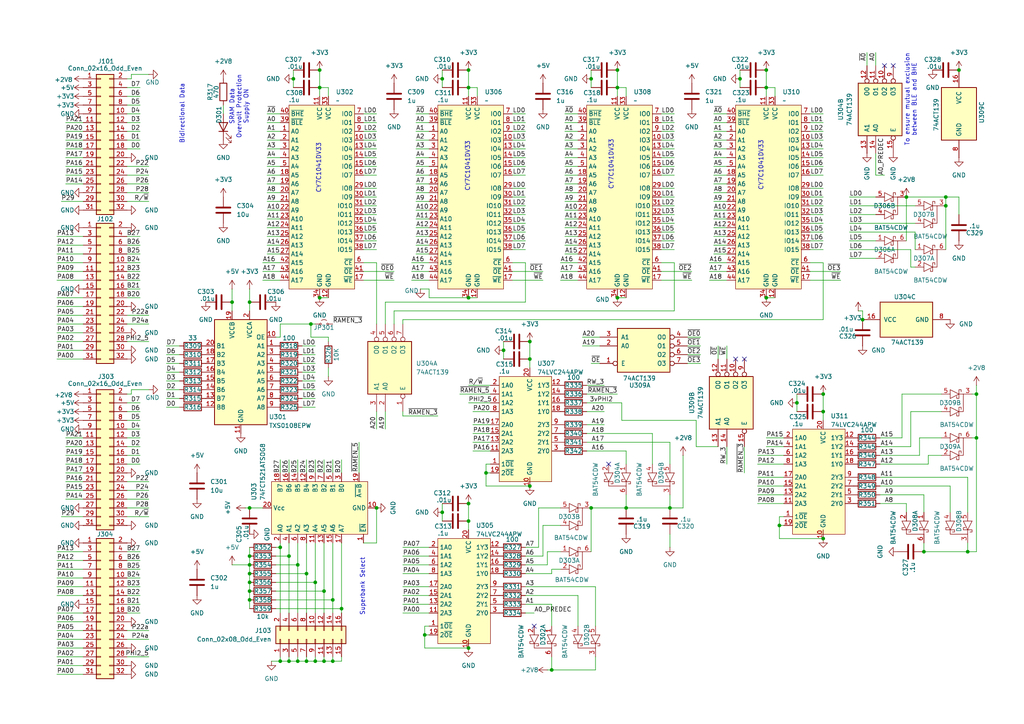
<source format=kicad_sch>
(kicad_sch (version 20250114) (generator "eeschema") (generator_version "9.0")
  (paper "A4")
  (title_block (title "CY7C1041DV33 SRAM Board") (date "2025-07-03") (rev "A") (company "Joseph Russell Freeston"))
  (text "SRAM Data\nOvervolt Protection\nSupply ON" (at 69.342 30.988 90) (effects (font (size 1.27 1.27))))
  (text "Superbank Select" (at 105.156 170.18 90) (effects (font (size 1.27 1.27))))
  (text "CY7C1041DV33" (at 135.636 48.26 90) (effects (font (size 1.27 1.27))))
  (text "CY7C1041DV33" (at 220.726 48.006 90) (effects (font (size 1.27 1.27))))
  (text "To ensure mutual exclusion\nbetween BLE and BHE" (at 264.16 28.956 90) (effects (font (size 1.27 1.27))))
  (text "Bidirectional Data" (at 52.832 33.02 90) (effects (font (size 1.27 1.27))))
  (text "CY7C1041DV33" (at 177.292 47.752 90) (effects (font (size 1.27 1.27))))
  (text "CY7C1041DV33" (at 92.456 48.768 90) (effects (font (size 1.27 1.27))))
  (junction (at 85.09 22.86))
  (junction (at 135.89 151.13))
  (junction (at 135.89 20.32))
  (junction (at 274.32 59.69))
  (junction (at 67.31 87.63))
  (junction (at 83.82 191.77))
  (junction (at 160.02 194.31))
  (junction (at 96.52 191.77))
  (junction (at 179.07 20.32))
  (junction (at 123.19 184.15))
  (junction (at 86.36 163.83))
  (junction (at 93.98 171.45))
  (junction (at 283.21 127))
  (junction (at 135.89 25.4))
  (junction (at 93.98 191.77))
  (junction (at 238.76 119.38))
  (junction (at 91.44 191.77))
  (junction (at 135.89 187.96))
  (junction (at 179.07 25.4))
  (junction (at 128.27 148.59))
  (junction (at 135.89 146.05))
  (junction (at 81.28 191.77))
  (junction (at 109.22 147.32))
  (junction (at 135.89 86.36))
  (junction (at 72.39 171.45))
  (junction (at 86.36 191.77))
  (junction (at 231.14 116.84))
  (junction (at 146.05 101.6))
  (junction (at 72.39 163.83))
  (junction (at 88.9 166.37))
  (junction (at 238.76 156.21))
  (junction (at 250.19 92.71))
  (junction (at 72.39 87.63))
  (junction (at 91.44 168.91))
  (junction (at 99.06 176.53))
  (junction (at 153.67 99.06))
  (junction (at 92.71 20.32))
  (junction (at 83.82 161.29))
  (junction (at 222.25 25.4))
  (junction (at 88.9 191.77))
  (junction (at 90.17 93.98))
  (junction (at 262.89 57.15))
  (junction (at 214.63 22.86))
  (junction (at 222.25 86.36))
  (junction (at 72.39 173.99))
  (junction (at 140.97 137.16))
  (junction (at 194.31 147.32))
  (junction (at 274.32 57.15))
  (junction (at 72.39 147.32))
  (junction (at 96.52 173.99))
  (junction (at 278.13 20.32))
  (junction (at 280.67 160.02))
  (junction (at 222.25 20.32))
  (junction (at 171.45 22.86))
  (junction (at 226.06 152.4))
  (junction (at 171.45 147.32))
  (junction (at 181.61 147.32))
  (junction (at 72.39 161.29))
  (junction (at 81.28 158.75))
  (junction (at 72.39 166.37))
  (junction (at 128.27 22.86))
  (junction (at 92.71 25.4))
  (junction (at 283.21 114.3))
  (junction (at 267.97 160.02))
  (junction (at 153.67 140.97))
  (junction (at 179.07 86.36))
  (junction (at 72.39 168.91))
  (junction (at 92.71 86.36))
  (junction (at 153.67 104.14))
  (junction (at 238.76 114.3))
  (no_connect (at 154.94 181.61))
  (no_connect (at 259.08 19.05))
  (no_connect (at 213.36 104.14))
  (no_connect (at 215.9 104.14))
  (no_connect (at 256.54 19.05))
  (no_connect (at 176.53 134.62))
  (wire (pts (xy 91.44 190.5) (xy 91.44 191.77)))
  (wire (pts (xy 148.59 72.39) (xy 152.4 72.39)))
  (wire (pts (xy 162.56 165.1) (xy 160.02 165.1)))
  (wire (pts (xy 234.95 38.1) (xy 238.76 38.1)))
  (wire (pts (xy 80.01 171.45) (xy 93.98 171.45)))
  (wire (pts (xy 86.36 190.5) (xy 86.36 191.77)))
  (wire (pts (xy 36.83 33.02) (xy 40.64 33.02)))
  (wire (pts (xy 80.01 166.37) (xy 88.9 166.37)))
  (wire (pts (xy 87.63 118.11) (xy 91.44 118.11)))
  (wire (pts (xy 72.39 147.32) (xy 76.2 147.32)))
  (wire (pts (xy 105.41 50.8) (xy 109.22 50.8)))
  (wire (pts (xy 77.47 68.58) (xy 81.28 68.58)))
  (wire (pts (xy 77.47 60.96) (xy 81.28 60.96)))
  (wire (pts (xy 36.83 68.58) (xy 40.64 68.58)))
  (wire (pts (xy 128.27 20.32) (xy 128.27 22.86)))
  (wire (pts (xy 120.65 58.42) (xy 124.46 58.42)))
  (wire (pts (xy 283.21 127) (xy 283.21 114.3)))
  (wire (pts (xy 77.47 63.5) (xy 81.28 63.5)))
  (wire (pts (xy 238.76 76.2) (xy 234.95 76.2)))
  (wire (pts (xy 16.51 193.04) (xy 24.13 193.04)))
  (wire (pts (xy 148.59 50.8) (xy 152.4 50.8)))
  (wire (pts (xy 207.01 40.64) (xy 210.82 40.64)))
  (wire (pts (xy 36.83 167.64) (xy 40.64 167.64)))
  (wire (pts (xy 171.45 20.32) (xy 171.45 22.86)))
  (wire (pts (xy 280.67 160.02) (xy 283.21 160.02)))
  (wire (pts (xy 226.06 152.4) (xy 227.33 152.4)))
  (wire (pts (xy 111.76 93.98) (xy 111.76 87.63)))
  (wire (pts (xy 152.4 177.8) (xy 154.94 177.8)))
  (wire (pts (xy 214.63 22.86) (xy 214.63 25.4)))
  (wire (pts (xy 148.59 69.85) (xy 152.4 69.85)))
  (wire (pts (xy 52.07 113.03) (xy 48.26 113.03)))
  (wire (pts (xy 135.89 111.76) (xy 142.24 111.76)))
  (wire (pts (xy 119.38 81.28) (xy 124.46 81.28)))
  (wire (pts (xy 162.56 78.74) (xy 167.64 78.74)))
  (wire (pts (xy 16.51 180.34) (xy 24.13 180.34)))
  (wire (pts (xy 114.3 90.17) (xy 195.58 90.17)))
  (wire (pts (xy 99.06 190.5) (xy 99.06 191.77)))
  (wire (pts (xy 280.67 160.02) (xy 280.67 157.48)))
  (wire (pts (xy 67.31 163.83) (xy 72.39 163.83)))
  (wire (pts (xy 81.28 97.79) (xy 80.01 97.79)))
  (wire (pts (xy 87.63 102.87) (xy 91.44 102.87)))
  (wire (pts (xy 81.28 93.98) (xy 81.28 97.79)))
  (wire (pts (xy 142.24 134.62) (xy 140.97 134.62)))
  (wire (pts (xy 170.18 116.84) (xy 180.34 116.84)))
  (wire (pts (xy 81.28 93.98) (xy 90.17 93.98)))
  (wire (pts (xy 179.07 20.32) (xy 179.07 25.4)))
  (wire (pts (xy 24.13 58.42) (xy 17.78 58.42)))
  (wire (pts (xy 116.84 158.75) (xy 124.46 158.75)))
  (wire (pts (xy 173.99 100.33) (xy 168.91 100.33)))
  (wire (pts (xy 208.28 100.33) (xy 208.28 104.14)))
  (wire (pts (xy 99.06 137.16) (xy 99.06 133.35)))
  (wire (pts (xy 234.95 72.39) (xy 238.76 72.39)))
  (wire (pts (xy 198.12 147.32) (xy 194.31 147.32)))
  (wire (pts (xy 120.65 66.04) (xy 124.46 66.04)))
  (wire (pts (xy 78.74 191.77) (xy 81.28 191.77)))
  (wire (pts (xy 128.27 146.05) (xy 128.27 148.59)))
  (wire (pts (xy 36.83 134.62) (xy 40.64 134.62)))
  (wire (pts (xy 264.16 72.39) (xy 264.16 77.47)))
  (wire (pts (xy 172.72 170.18) (xy 172.72 181.61)))
  (wire (pts (xy 255.27 138.43) (xy 280.67 138.43)))
  (wire (pts (xy 77.47 55.88) (xy 81.28 55.88)))
  (wire (pts (xy 116.84 166.37) (xy 124.46 166.37)))
  (wire (pts (xy 234.95 59.69) (xy 238.76 59.69)))
  (wire (pts (xy 170.18 125.73) (xy 189.23 125.73)))
  (wire (pts (xy 16.51 165.1) (xy 24.13 165.1)))
  (wire (pts (xy 152.4 175.26) (xy 160.02 175.26)))
  (wire (pts (xy 116.84 161.29) (xy 124.46 161.29)))
  (wire (pts (xy 16.51 91.44) (xy 24.13 91.44)))
  (wire (pts (xy 214.63 20.32) (xy 214.63 22.86)))
  (wire (pts (xy 148.59 45.72) (xy 152.4 45.72)))
  (wire (pts (xy 191.77 43.18) (xy 195.58 43.18)))
  (wire (pts (xy 262.89 148.59) (xy 262.89 146.05)))
  (wire (pts (xy 234.95 50.8) (xy 238.76 50.8)))
  (wire (pts (xy 36.83 116.84) (xy 40.64 116.84)))
  (wire (pts (xy 77.47 45.72) (xy 81.28 45.72)))
  (wire (pts (xy 234.95 40.64) (xy 238.76 40.64)))
  (wire (pts (xy 36.83 129.54) (xy 40.64 129.54)))
  (wire (pts (xy 16.51 182.88) (xy 24.13 182.88)))
  (wire (pts (xy 181.61 130.81) (xy 181.61 134.62)))
  (wire (pts (xy 38.1 22.86) (xy 36.83 22.86)))
  (wire (pts (xy 163.83 53.34) (xy 167.64 53.34)))
  (wire (pts (xy 153.67 99.06) (xy 153.67 104.14)))
  (wire (pts (xy 191.77 50.8) (xy 195.58 50.8)))
  (wire (pts (xy 170.18 119.38) (xy 175.26 119.38)))
  (wire (pts (xy 36.83 172.72) (xy 40.64 172.72)))
  (wire (pts (xy 261.62 114.3) (xy 261.62 127)))
  (wire (pts (xy 87.63 110.49) (xy 91.44 110.49)))
  (wire (pts (xy 93.98 171.45) (xy 93.98 157.48)))
  (wire (pts (xy 207.01 60.96) (xy 210.82 60.96)))
  (wire (pts (xy 191.77 45.72) (xy 195.58 45.72)))
  (wire (pts (xy 224.79 27.94) (xy 224.79 25.4)))
  (wire (pts (xy 171.45 22.86) (xy 171.45 25.4)))
  (wire (pts (xy 19.05 50.8) (xy 24.13 50.8)))
  (wire (pts (xy 105.41 38.1) (xy 109.22 38.1)))
  (wire (pts (xy 52.07 102.87) (xy 48.26 102.87)))
  (wire (pts (xy 92.71 25.4) (xy 92.71 27.94)))
  (wire (pts (xy 163.83 43.18) (xy 167.64 43.18)))
  (wire (pts (xy 163.83 38.1) (xy 167.64 38.1)))
  (wire (pts (xy 87.63 107.95) (xy 91.44 107.95)))
  (wire (pts (xy 191.77 54.61) (xy 195.58 54.61)))
  (wire (pts (xy 152.4 76.2) (xy 148.59 76.2)))
  (wire (pts (xy 160.02 194.31) (xy 160.02 190.5)))
  (wire (pts (xy 83.82 161.29) (xy 83.82 157.48)))
  (wire (pts (xy 16.51 71.12) (xy 24.13 71.12)))
  (wire (pts (xy 120.65 68.58) (xy 124.46 68.58)))
  (wire (pts (xy 246.38 64.77) (xy 265.43 64.77)))
  (wire (pts (xy 36.83 35.56) (xy 40.64 35.56)))
  (wire (pts (xy 255.27 127) (xy 261.62 127)))
  (wire (pts (xy 246.38 74.93) (xy 254 74.93)))
  (wire (pts (xy 109.22 119.38) (xy 109.22 124.46)))
  (wire (pts (xy 109.22 93.98) (xy 109.22 76.2)))
  (wire (pts (xy 163.83 50.8) (xy 167.64 50.8)))
  (wire (pts (xy 92.71 20.32) (xy 92.71 25.4)))
  (wire (pts (xy 87.63 105.41) (xy 91.44 105.41)))
  (wire (pts (xy 105.41 62.23) (xy 109.22 62.23)))
  (wire (pts (xy 148.59 64.77) (xy 152.4 64.77)))
  (wire (pts (xy 222.25 25.4) (xy 222.25 27.94)))
  (wire (pts (xy 92.71 86.36) (xy 95.25 86.36)))
  (wire (pts (xy 16.51 187.96) (xy 24.13 187.96)))
  (wire (pts (xy 77.47 48.26) (xy 81.28 48.26)))
  (wire (pts (xy 156.21 158.75) (xy 156.21 147.32)))
  (wire (pts (xy 36.83 177.8) (xy 40.64 177.8)))
  (wire (pts (xy 80.01 173.99) (xy 96.52 173.99)))
  (wire (pts (xy 105.41 59.69) (xy 109.22 59.69)))
  (wire (pts (xy 91.44 137.16) (xy 91.44 133.35)))
  (wire (pts (xy 181.61 25.4) (xy 179.07 25.4)))
  (wire (pts (xy 93.98 191.77) (xy 96.52 191.77)))
  (wire (pts (xy 87.63 113.03) (xy 91.44 113.03)))
  (wire (pts (xy 207.01 38.1) (xy 210.82 38.1)))
  (wire (pts (xy 36.83 182.88) (xy 43.18 182.88)))
  (wire (pts (xy 207.01 55.88) (xy 210.82 55.88)))
  (wire (pts (xy 120.65 38.1) (xy 124.46 38.1)))
  (wire (pts (xy 80.01 161.29) (xy 83.82 161.29)))
  (wire (pts (xy 207.01 48.26) (xy 210.82 48.26)))
  (wire (pts (xy 96.52 190.5) (xy 96.52 191.77)))
  (wire (pts (xy 210.82 100.33) (xy 210.82 104.14)))
  (wire (pts (xy 36.83 139.7) (xy 43.18 139.7)))
  (wire (pts (xy 36.83 27.94) (xy 40.64 27.94)))
  (wire (pts (xy 135.89 25.4) (xy 135.89 27.94)))
  (wire (pts (xy 77.47 35.56) (xy 81.28 35.56)))
  (wire (pts (xy 111.76 87.63) (xy 152.4 87.63)))
  (wire (pts (xy 167.64 172.72) (xy 167.64 181.61)))
  (wire (pts (xy 157.48 161.29) (xy 157.48 152.4)))
  (wire (pts (xy 83.82 137.16) (xy 83.82 133.35)))
  (wire (pts (xy 181.61 27.94) (xy 181.61 25.4)))
  (wire (pts (xy 148.59 54.61) (xy 152.4 54.61)))
  (wire (pts (xy 38.1 21.59) (xy 38.1 22.86)))
  (wire (pts (xy 205.74 76.2) (xy 210.82 76.2)))
  (wire (pts (xy 275.59 140.97) (xy 275.59 148.59)))
  (wire (pts (xy 219.71 132.08) (xy 227.33 132.08)))
  (wire (pts (xy 123.19 181.61) (xy 123.19 184.15)))
  (wire (pts (xy 124.46 181.61) (xy 123.19 181.61)))
  (wire (pts (xy 116.84 177.8) (xy 124.46 177.8)))
  (wire (pts (xy 170.18 123.19) (xy 175.26 123.19)))
  (wire (pts (xy 128.27 148.59) (xy 128.27 151.13)))
  (wire (pts (xy 250.19 90.17) (xy 250.19 92.71)))
  (wire (pts (xy 191.77 40.64) (xy 195.58 40.64)))
  (wire (pts (xy 135.89 86.36) (xy 138.43 86.36)))
  (wire (pts (xy 135.89 116.84) (xy 142.24 116.84)))
  (wire (pts (xy 16.51 81.28) (xy 24.13 81.28)))
  (wire (pts (xy 81.28 137.16) (xy 81.28 133.35)))
  (wire (pts (xy 36.83 132.08) (xy 40.64 132.08)))
  (wire (pts (xy 140.97 134.62) (xy 140.97 137.16)))
  (wire (pts (xy 19.05 38.1) (xy 24.13 38.1)))
  (wire (pts (xy 104.14 137.16) (xy 104.14 128.27)))
  (wire (pts (xy 267.97 148.59) (xy 267.97 143.51)))
  (wire (pts (xy 207.01 58.42) (xy 210.82 58.42)))
  (wire (pts (xy 158.75 194.31) (xy 160.02 194.31)))
  (wire (pts (xy 231.14 114.3) (xy 231.14 116.84)))
  (wire (pts (xy 156.21 147.32) (xy 162.56 147.32)))
  (wire (pts (xy 226.06 152.4) (xy 226.06 156.21)))
  (wire (pts (xy 80.01 163.83) (xy 86.36 163.83)))
  (wire (pts (xy 163.83 58.42) (xy 167.64 58.42)))
  (wire (pts (xy 191.77 62.23) (xy 195.58 62.23)))
  (wire (pts (xy 222.25 20.32) (xy 222.25 25.4)))
  (wire (pts (xy 207.01 50.8) (xy 210.82 50.8)))
  (wire (pts (xy 226.06 156.21) (xy 238.76 156.21)))
  (wire (pts (xy 135.89 151.13) (xy 135.89 153.67)))
  (wire (pts (xy 120.65 63.5) (xy 124.46 63.5)))
  (wire (pts (xy 219.71 134.62) (xy 227.33 134.62)))
  (wire (pts (xy 281.94 127) (xy 283.21 127)))
  (wire (pts (xy 24.13 149.86) (xy 17.78 149.86)))
  (wire (pts (xy 16.51 195.58) (xy 24.13 195.58)))
  (wire (pts (xy 234.95 64.77) (xy 238.76 64.77)))
  (wire (pts (xy 36.83 38.1) (xy 40.64 38.1)))
  (wire (pts (xy 148.59 38.1) (xy 152.4 38.1)))
  (wire (pts (xy 207.01 53.34) (xy 210.82 53.34)))
  (wire (pts (xy 138.43 27.94) (xy 138.43 25.4)))
  (wire (pts (xy 120.65 53.34) (xy 124.46 53.34)))
  (wire (pts (xy 173.99 97.79) (xy 168.91 97.79)))
  (wire (pts (xy 238.76 114.3) (xy 238.76 119.38)))
  (wire (pts (xy 36.83 190.5) (xy 43.18 190.5)))
  (wire (pts (xy 267.97 157.48) (xy 267.97 160.02)))
  (wire (pts (xy 148.59 35.56) (xy 152.4 35.56)))
  (wire (pts (xy 16.51 160.02) (xy 24.13 160.02)))
  (wire (pts (xy 160.02 166.37) (xy 152.4 166.37)))
  (wire (pts (xy 36.83 175.26) (xy 40.64 175.26)))
  (wire (pts (xy 77.47 50.8) (xy 81.28 50.8)))
  (wire (pts (xy 283.21 160.02) (xy 283.21 127)))
  (wire (pts (xy 36.83 71.12) (xy 40.64 71.12)))
  (wire (pts (xy 201.93 129.54) (xy 201.93 121.92)))
  (wire (pts (xy 215.9 129.54) (xy 215.9 137.16)))
  (wire (pts (xy 105.41 45.72) (xy 109.22 45.72)))
  (wire (pts (xy 148.59 59.69) (xy 152.4 59.69)))
  (wire (pts (xy 36.83 99.06) (xy 43.18 99.06)))
  (wire (pts (xy 36.83 81.28) (xy 40.64 81.28)))
  (wire (pts (xy 83.82 177.8) (xy 83.82 161.29)))
  (wire (pts (xy 137.16 128.27) (xy 142.24 128.27)))
  (wire (pts (xy 246.38 72.39) (xy 264.16 72.39)))
  (wire (pts (xy 95.25 97.79) (xy 90.17 97.79)))
  (wire (pts (xy 222.25 129.54) (xy 227.33 129.54)))
  (wire (pts (xy 191.77 35.56) (xy 195.58 35.56)))
  (wire (pts (xy 172.72 194.31) (xy 160.02 194.31)))
  (wire (pts (xy 255.27 132.08) (xy 266.7 132.08)))
  (wire (pts (xy 36.83 83.82) (xy 40.64 83.82)))
  (wire (pts (xy 99.06 177.8) (xy 99.06 176.53)))
  (wire (pts (xy 105.41 33.02) (xy 109.22 33.02)))
  (wire (pts (xy 36.83 76.2) (xy 40.64 76.2)))
  (wire (pts (xy 119.38 76.2) (xy 124.46 76.2)))
  (wire (pts (xy 16.51 104.14) (xy 24.13 104.14)))
  (wire (pts (xy 81.28 158.75) (xy 81.28 157.48)))
  (wire (pts (xy 234.95 67.31) (xy 238.76 67.31)))
  (wire (pts (xy 105.41 57.15) (xy 109.22 57.15)))
  (wire (pts (xy 114.3 93.98) (xy 114.3 90.17)))
  (wire (pts (xy 207.01 33.02) (xy 210.82 33.02)))
  (wire (pts (xy 246.38 59.69) (xy 265.43 59.69)))
  (wire (pts (xy 72.39 83.82) (xy 72.39 87.63)))
  (wire (pts (xy 234.95 35.56) (xy 238.76 35.56)))
  (wire (pts (xy 80.01 176.53) (xy 99.06 176.53)))
  (wire (pts (xy 146.05 101.6) (xy 146.05 104.14)))
  (wire (pts (xy 88.9 191.77) (xy 91.44 191.77)))
  (wire (pts (xy 71.12 147.32) (xy 72.39 147.32)))
  (wire (pts (xy 105.41 43.18) (xy 109.22 43.18)))
  (wire (pts (xy 72.39 173.99) (xy 72.39 176.53)))
  (wire (pts (xy 140.97 140.97) (xy 153.67 140.97)))
  (wire (pts (xy 105.41 67.31) (xy 109.22 67.31)))
  (wire (pts (xy 254 50.8) (xy 254 44.45)))
  (wire (pts (xy 38.1 113.03) (xy 38.1 114.3)))
  (wire (pts (xy 234.95 69.85) (xy 238.76 69.85)))
  (wire (pts (xy 194.31 154.94) (xy 194.31 158.75)))
  (wire (pts (xy 36.83 48.26) (xy 43.18 48.26)))
  (wire (pts (xy 36.83 40.64) (xy 40.64 40.64)))
  (wire (pts (xy 278.13 57.15) (xy 274.32 57.15)))
  (wire (pts (xy 36.83 124.46) (xy 40.64 124.46)))
  (wire (pts (xy 16.51 93.98) (xy 24.13 93.98)))
  (wire (pts (xy 72.39 158.75) (xy 72.39 161.29)))
  (wire (pts (xy 76.2 76.2) (xy 81.28 76.2)))
  (wire (pts (xy 36.83 147.32) (xy 43.18 147.32)))
  (wire (pts (xy 80.01 158.75) (xy 81.28 158.75)))
  (wire (pts (xy 219.71 146.05) (xy 227.33 146.05)))
  (wire (pts (xy 19.05 40.64) (xy 24.13 40.64)))
  (wire (pts (xy 238.76 92.71) (xy 238.76 76.2)))
  (wire (pts (xy 77.47 33.02) (xy 81.28 33.02)))
  (wire (pts (xy 266.7 127) (xy 266.7 132.08)))
  (wire (pts (xy 119.38 78.74) (xy 124.46 78.74)))
  (wire (pts (xy 77.47 40.64) (xy 81.28 40.64)))
  (wire (pts (xy 120.65 55.88) (xy 124.46 55.88)))
  (wire (pts (xy 90.17 93.98) (xy 91.44 93.98)))
  (wire (pts (xy 72.39 168.91) (xy 72.39 171.45)))
  (wire (pts (xy 16.51 170.18) (xy 24.13 170.18)))
  (wire (pts (xy 203.2 102.87) (xy 199.39 102.87)))
  (wire (pts (xy 80.01 168.91) (xy 91.44 168.91)))
  (wire (pts (xy 163.83 66.04) (xy 167.64 66.04)))
  (wire (pts (xy 195.58 90.17) (xy 195.58 76.2)))
  (wire (pts (xy 72.39 163.83) (xy 72.39 166.37)))
  (wire (pts (xy 120.65 40.64) (xy 124.46 40.64)))
  (wire (pts (xy 123.19 184.15) (xy 123.19 187.96)))
  (wire (pts (xy 96.52 137.16) (xy 96.52 133.35)))
  (wire (pts (xy 120.65 45.72) (xy 124.46 45.72)))
  (wire (pts (xy 72.39 87.63) (xy 72.39 90.17)))
  (wire (pts (xy 170.18 111.76) (xy 175.26 111.76)))
  (wire (pts (xy 207.01 43.18) (xy 210.82 43.18)))
  (wire (pts (xy 77.47 43.18) (xy 81.28 43.18)))
  (wire (pts (xy 158.75 163.83) (xy 158.75 160.02)))
  (wire (pts (xy 170.18 130.81) (xy 181.61 130.81)))
  (wire (pts (xy 77.47 53.34) (xy 81.28 53.34)))
  (wire (pts (xy 36.83 119.38) (xy 40.64 119.38)))
  (wire (pts (xy 95.25 99.06) (xy 95.25 97.79)))
  (wire (pts (xy 163.83 73.66) (xy 167.64 73.66)))
  (wire (pts (xy 16.51 73.66) (xy 24.13 73.66)))
  (wire (pts (xy 148.59 62.23) (xy 152.4 62.23)))
  (wire (pts (xy 135.89 146.05) (xy 135.89 151.13)))
  (wire (pts (xy 120.65 43.18) (xy 124.46 43.18)))
  (wire (pts (xy 269.24 132.08) (xy 269.24 134.62)))
  (wire (pts (xy 234.95 45.72) (xy 238.76 45.72)))
  (wire (pts (xy 226.06 149.86) (xy 226.06 152.4)))
  (wire (pts (xy 93.98 137.16) (xy 93.98 133.35)))
  (wire (pts (xy 120.65 50.8) (xy 124.46 50.8)))
  (wire (pts (xy 163.83 55.88) (xy 167.64 55.88)))
  (wire (pts (xy 264.16 119.38) (xy 264.16 129.54)))
  (wire (pts (xy 52.07 107.95) (xy 48.26 107.95)))
  (wire (pts (xy 36.83 185.42) (xy 43.18 185.42)))
  (wire (pts (xy 16.51 177.8) (xy 24.13 177.8)))
  (wire (pts (xy 105.41 72.39) (xy 109.22 72.39)))
  (wire (pts (xy 207.01 35.56) (xy 210.82 35.56)))
  (wire (pts (xy 173.99 105.41) (xy 171.45 105.41)))
  (wire (pts (xy 224.79 25.4) (xy 222.25 25.4)))
  (wire (pts (xy 170.18 114.3) (xy 179.07 114.3)))
  (wire (pts (xy 81.28 191.77) (xy 81.28 190.5)))
  (wire (pts (xy 93.98 177.8) (xy 93.98 171.45)))
  (wire (pts (xy 205.74 78.74) (xy 210.82 78.74)))
  (wire (pts (xy 207.01 45.72) (xy 210.82 45.72)))
  (wire (pts (xy 163.83 48.26) (xy 167.64 48.26)))
  (wire (pts (xy 191.77 57.15) (xy 195.58 57.15)))
  (wire (pts (xy 234.95 57.15) (xy 238.76 57.15)))
  (wire (pts (xy 203.2 97.79) (xy 199.39 97.79)))
  (wire (pts (xy 283.21 114.3) (xy 281.94 114.3)))
  (wire (pts (xy 16.51 172.72) (xy 24.13 172.72)))
  (wire (pts (xy 123.19 187.96) (xy 135.89 187.96)))
  (wire (pts (xy 120.65 33.02) (xy 124.46 33.02)))
  (wire (pts (xy 222.25 86.36) (xy 224.79 86.36)))
  (wire (pts (xy 64.77 30.48) (xy 64.77 33.02)))
  (wire (pts (xy 194.31 143.51) (xy 194.31 147.32)))
  (wire (pts (xy 219.71 143.51) (xy 227.33 143.51)))
  (wire (pts (xy 116.84 170.18) (xy 124.46 170.18)))
  (wire (pts (xy 274.32 59.69) (xy 274.32 57.15)))
  (wire (pts (xy 19.05 45.72) (xy 24.13 45.72)))
  (wire (pts (xy 77.47 38.1) (xy 81.28 38.1)))
  (wire (pts (xy 267.97 160.02) (xy 280.67 160.02)))
  (wire (pts (xy 36.83 55.88) (xy 43.18 55.88)))
  (wire (pts (xy 246.38 69.85) (xy 254 69.85)))
  (wire (pts (xy 105.41 69.85) (xy 109.22 69.85)))
  (wire (pts (xy 231.14 116.84) (xy 231.14 119.38)))
  (wire (pts (xy 67.31 87.63) (xy 67.31 90.17)))
  (wire (pts (xy 280.67 148.59) (xy 280.67 138.43)))
  (wire (pts (xy 91.44 177.8) (xy 91.44 168.91)))
  (wire (pts (xy 160.02 165.1) (xy 160.02 166.37)))
  (wire (pts (xy 77.47 58.42) (xy 81.28 58.42)))
  (wire (pts (xy 116.84 92.71) (xy 238.76 92.71)))
  (wire (pts (xy 109.22 76.2) (xy 105.41 76.2)))
  (wire (pts (xy 255.27 146.05) (xy 262.89 146.05)))
  (wire (pts (xy 163.83 63.5) (xy 167.64 63.5)))
  (wire (pts (xy 36.83 144.78) (xy 43.18 144.78)))
  (wire (pts (xy 137.16 119.38) (xy 142.24 119.38)))
  (wire (pts (xy 43.18 21.59) (xy 38.1 21.59)))
  (wire (pts (xy 105.41 54.61) (xy 109.22 54.61)))
  (wire (pts (xy 87.63 100.33) (xy 91.44 100.33)))
  (wire (pts (xy 124.46 83.82) (xy 121.92 83.82)))
  (wire (pts (xy 16.51 86.36) (xy 24.13 86.36)))
  (wire (pts (xy 85.09 20.32) (xy 85.09 22.86)))
  (wire (pts (xy 163.83 71.12) (xy 167.64 71.12)))
  (wire (pts (xy 16.51 101.6) (xy 24.13 101.6)))
  (wire (pts (xy 234.95 81.28) (xy 243.84 81.28)))
  (wire (pts (xy 191.77 72.39) (xy 195.58 72.39)))
  (wire (pts (xy 77.47 71.12) (xy 81.28 71.12)))
  (wire (pts (xy 88.9 166.37) (xy 88.9 157.48)))
  (wire (pts (xy 19.05 48.26) (xy 24.13 48.26)))
  (wire (pts (xy 87.63 115.57) (xy 91.44 115.57)))
  (wire (pts (xy 72.39 166.37) (xy 72.39 168.91)))
  (wire (pts (xy 274.32 57.15) (xy 262.89 57.15)))
  (wire (pts (xy 85.09 22.86) (xy 85.09 25.4)))
  (wire (pts (xy 36.83 93.98) (xy 43.18 93.98)))
  (wire (pts (xy 52.07 100.33) (xy 48.26 100.33)))
  (wire (pts (xy 191.77 81.28) (xy 200.66 81.28)))
  (wire (pts (xy 137.16 130.81) (xy 142.24 130.81)))
  (wire (pts (xy 191.77 67.31) (xy 195.58 67.31)))
  (wire (pts (xy 19.05 142.24) (xy 24.13 142.24)))
  (wire (pts (xy 120.65 48.26) (xy 124.46 48.26)))
  (wire (pts (xy 137.16 125.73) (xy 142.24 125.73)))
  (wire (pts (xy 273.05 114.3) (xy 261.62 114.3)))
  (wire (pts (xy 278.13 62.23) (xy 278.13 57.15)))
  (wire (pts (xy 19.05 43.18) (xy 24.13 43.18)))
  (wire (pts (xy 95.25 27.94) (xy 95.25 25.4)))
  (wire (pts (xy 36.83 127) (xy 40.64 127)))
  (wire (pts (xy 273.05 119.38) (xy 264.16 119.38)))
  (wire (pts (xy 255.27 134.62) (xy 269.24 134.62)))
  (wire (pts (xy 162.56 81.28) (xy 167.64 81.28)))
  (wire (pts (xy 16.51 162.56) (xy 24.13 162.56)))
  (wire (pts (xy 179.07 86.36) (xy 181.61 86.36)))
  (wire (pts (xy 264.16 77.47) (xy 265.43 77.47)))
  (wire (pts (xy 111.76 119.38) (xy 111.76 124.46)))
  (wire (pts (xy 16.51 99.06) (xy 24.13 99.06)))
  (wire (pts (xy 86.36 163.83) (xy 86.36 157.48)))
  (wire (pts (xy 171.45 147.32) (xy 171.45 160.02)))
  (wire (pts (xy 194.31 128.27) (xy 194.31 134.62)))
  (wire (pts (xy 88.9 190.5) (xy 88.9 191.77)))
  (wire (pts (xy 124.46 83.82) (xy 124.46 86.36)))
  (wire (pts (xy 72.39 171.45) (xy 72.39 173.99)))
  (wire (pts (xy 36.83 149.86) (xy 43.18 149.86)))
  (wire (pts (xy 191.77 69.85) (xy 195.58 69.85)))
  (wire (pts (xy 148.59 57.15) (xy 152.4 57.15)))
  (wire (pts (xy 19.05 127) (xy 24.13 127)))
  (wire (pts (xy 86.36 191.77) (xy 88.9 191.77)))
  (wire (pts (xy 148.59 48.26) (xy 152.4 48.26)))
  (wire (pts (xy 207.01 63.5) (xy 210.82 63.5)))
  (wire (pts (xy 88.9 177.8) (xy 88.9 166.37)))
  (wire (pts (xy 203.2 100.33) (xy 199.39 100.33)))
  (wire (pts (xy 81.28 177.8) (xy 81.28 158.75)))
  (wire (pts (xy 36.83 53.34) (xy 43.18 53.34)))
  (wire (pts (xy 77.47 73.66) (xy 81.28 73.66)))
  (wire (pts (xy 19.05 129.54) (xy 24.13 129.54)))
  (wire (pts (xy 36.83 30.48) (xy 40.64 30.48)))
  (wire (pts (xy 246.38 67.31) (xy 265.43 67.31)))
  (wire (pts (xy 148.59 78.74) (xy 157.48 78.74)))
  (wire (pts (xy 283.21 111.76) (xy 283.21 114.3)))
  (wire (pts (xy 148.59 67.31) (xy 152.4 67.31)))
  (wire (pts (xy 262.89 57.15) (xy 262.89 69.85)))
  (wire (pts (xy 19.05 35.56) (xy 24.13 35.56)))
  (wire (pts (xy 152.4 158.75) (xy 156.21 158.75)))
  (wire (pts (xy 77.47 66.04) (xy 81.28 66.04)))
  (wire (pts (xy 36.83 43.18) (xy 40.64 43.18)))
  (wire (pts (xy 128.27 22.86) (xy 128.27 25.4)))
  (wire (pts (xy 194.31 147.32) (xy 181.61 147.32)))
  (wire (pts (xy 172.72 190.5) (xy 172.72 194.31)))
  (wire (pts (xy 19.05 132.08) (xy 24.13 132.08)))
  (wire (pts (xy 195.58 76.2) (xy 191.77 76.2)))
  (wire (pts (xy 36.83 50.8) (xy 43.18 50.8)))
  (wire (pts (xy 116.84 172.72) (xy 124.46 172.72)))
  (wire (pts (xy 19.05 134.62) (xy 24.13 134.62)))
  (wire (pts (xy 76.2 78.74) (xy 81.28 78.74)))
  (wire (pts (xy 52.07 118.11) (xy 48.26 118.11)))
  (wire (pts (xy 142.24 114.3) (xy 133.35 114.3)))
  (wire (pts (xy 160.02 175.26) (xy 160.02 181.61)))
  (wire (pts (xy 67.31 83.82) (xy 67.31 87.63)))
  (wire (pts (xy 163.83 35.56) (xy 167.64 35.56)))
  (wire (pts (xy 52.07 105.41) (xy 48.26 105.41)))
  (wire (pts (xy 163.83 68.58) (xy 167.64 68.58)))
  (wire (pts (xy 170.18 128.27) (xy 194.31 128.27)))
  (wire (pts (xy 203.2 105.41) (xy 199.39 105.41)))
  (wire (pts (xy 210.82 129.54) (xy 210.82 134.62)))
  (wire (pts (xy 86.36 191.77) (xy 83.82 191.77)))
  (wire (pts (xy 120.65 71.12) (xy 124.46 71.12)))
  (wire (pts (xy 16.51 68.58) (xy 24.13 68.58)))
  (wire (pts (xy 163.83 45.72) (xy 167.64 45.72)))
  (wire (pts (xy 52.07 115.57) (xy 48.26 115.57)))
  (wire (pts (xy 207.01 73.66) (xy 210.82 73.66)))
  (wire (pts (xy 16.51 167.64) (xy 24.13 167.64)))
  (wire (pts (xy 83.82 191.77) (xy 81.28 191.77)))
  (wire (pts (xy 238.76 119.38) (xy 238.76 121.92)))
  (wire (pts (xy 99.06 176.53) (xy 99.06 157.48)))
  (wire (pts (xy 180.34 121.92) (xy 201.93 121.92)))
  (wire (pts (xy 52.07 110.49) (xy 48.26 110.49)))
  (wire (pts (xy 148.59 43.18) (xy 152.4 43.18)))
  (wire (pts (xy 207.01 71.12) (xy 210.82 71.12)))
  (wire (pts (xy 36.83 78.74) (xy 40.64 78.74)))
  (wire (pts (xy 248.92 90.17) (xy 250.19 90.17)))
  (wire (pts (xy 36.83 121.92) (xy 40.64 121.92)))
  (wire (pts (xy 16.51 190.5) (xy 24.13 190.5)))
  (wire (pts (xy 152.4 76.2) (xy 152.4 87.63)))
  (wire (pts (xy 36.83 142.24) (xy 43.18 142.24)))
  (wire (pts (xy 120.65 60.96) (xy 124.46 60.96)))
  (wire (pts (xy 36.83 86.36) (xy 40.64 86.36)))
  (wire (pts (xy 16.51 78.74) (xy 24.13 78.74)))
  (wire (pts (xy 148.59 33.02) (xy 152.4 33.02)))
  (wire (pts (xy 205.74 81.28) (xy 210.82 81.28)))
  (wire (pts (xy 181.61 147.32) (xy 171.45 147.32)))
  (wire (pts (xy 16.51 76.2) (xy 24.13 76.2)))
  (wire (pts (xy 36.83 162.56) (xy 40.64 162.56)))
  (wire (pts (xy 191.77 48.26) (xy 195.58 48.26)))
  (wire (pts (xy 191.77 38.1) (xy 195.58 38.1)))
  (wire (pts (xy 152.4 161.29) (xy 157.48 161.29)))
  (wire (pts (xy 137.16 123.19) (xy 142.24 123.19)))
  (wire (pts (xy 105.41 64.77) (xy 109.22 64.77)))
  (wire (pts (xy 109.22 157.48) (xy 109.22 147.32)))
  (wire (pts (xy 90.17 97.79) (xy 90.17 93.98)))
  (wire (pts (xy 255.27 143.51) (xy 267.97 143.51)))
  (wire (pts (xy 189.23 134.62) (xy 189.23 125.73)))
  (wire (pts (xy 273.05 127) (xy 266.7 127)))
  (wire (pts (xy 234.95 33.02) (xy 238.76 33.02)))
  (wire (pts (xy 255.27 129.54) (xy 264.16 129.54)))
  (wire (pts (xy 124.46 86.36) (xy 135.89 86.36)))
  (wire (pts (xy 116.84 163.83) (xy 124.46 163.83)))
  (wire (pts (xy 91.44 168.91) (xy 91.44 157.48)))
  (wire (pts (xy 16.51 185.42) (xy 24.13 185.42)))
  (wire (pts (xy 163.83 60.96) (xy 167.64 60.96)))
  (wire (pts (xy 138.43 25.4) (xy 135.89 25.4)))
  (wire (pts (xy 148.59 40.64) (xy 152.4 40.64)))
  (wire (pts (xy 95.25 106.68) (xy 95.25 109.22)))
  (wire (pts (xy 191.77 64.77) (xy 195.58 64.77)))
  (wire (pts (xy 179.07 25.4) (xy 179.07 27.94)))
  (wire (pts (xy 116.84 175.26) (xy 124.46 175.26)))
  (wire (pts (xy 36.83 170.18) (xy 40.64 170.18)))
  (wire (pts (xy 153.67 104.14) (xy 153.67 106.68)))
  (wire (pts (xy 36.83 25.4) (xy 40.64 25.4)))
  (wire (pts (xy 120.65 73.66) (xy 124.46 73.66)))
  (wire (pts (xy 120.65 35.56) (xy 124.46 35.56)))
  (wire (pts (xy 234.95 78.74) (xy 243.84 78.74)))
  (wire (pts (xy 76.2 81.28) (xy 81.28 81.28)))
  (wire (pts (xy 16.51 96.52) (xy 24.13 96.52)))
  (wire (pts (xy 105.41 81.28) (xy 114.3 81.28)))
  (wire (pts (xy 91.44 191.77) (xy 93.98 191.77)))
  (wire (pts (xy 152.4 172.72) (xy 167.64 172.72)))
  (wire (pts (xy 16.51 88.9) (xy 24.13 88.9)))
  (wire (pts (xy 234.95 54.61) (xy 238.76 54.61)))
  (wire (pts (xy 96.52 173.99) (xy 96.52 157.48)))
  (wire (pts (xy 93.98 190.5) (xy 93.98 191.77)))
  (wire (pts (xy 191.77 78.74) (xy 200.66 78.74)))
  (wire (pts (xy 227.33 149.86) (xy 226.06 149.86)))
  (wire (pts (xy 88.9 137.16) (xy 88.9 133.35)))
  (wire (pts (xy 19.05 139.7) (xy 24.13 139.7)))
  (wire (pts (xy 140.97 137.16) (xy 142.24 137.16)))
  (wire (pts (xy 157.48 152.4) (xy 162.56 152.4)))
  (wire (pts (xy 83.82 190.5) (xy 83.82 191.77)))
  (wire (pts (xy 152.4 170.18) (xy 172.72 170.18)))
  (wire (pts (xy 181.61 143.51) (xy 181.61 147.32)))
  (wire (pts (xy 219.71 138.43) (xy 227.33 138.43)))
  (wire (pts (xy 207.01 68.58) (xy 210.82 68.58)))
  (wire (pts (xy 19.05 144.78) (xy 24.13 144.78)))
  (wire (pts (xy 36.83 160.02) (xy 40.64 160.02)))
  (wire (pts (xy 19.05 137.16) (xy 24.13 137.16)))
  (wire (pts (xy 36.83 73.66) (xy 40.64 73.66)))
  (wire (pts (xy 152.4 163.83) (xy 158.75 163.83)))
  (wire (pts (xy 207.01 66.04) (xy 210.82 66.04)))
  (wire (pts (xy 116.84 120.65) (xy 116.84 119.38)))
  (wire (pts (xy 158.75 160.02) (xy 162.56 160.02)))
  (wire (pts (xy 95.25 25.4) (xy 92.71 25.4)))
  (wire (pts (xy 251.46 19.05) (xy 251.46 15.24)))
  (wire (pts (xy 127 120.65) (xy 116.84 120.65)))
  (wire (pts (xy 219.71 140.97) (xy 227.33 140.97)))
  (wire (pts (xy 105.41 35.56) (xy 109.22 35.56)))
  (wire (pts (xy 254 19.05) (xy 254 15.24)))
  (wire (pts (xy 265.43 67.31) (xy 265.43 72.39)))
  (wire (pts (xy 234.95 48.26) (xy 238.76 48.26)))
  (wire (pts (xy 191.77 59.69) (xy 195.58 59.69)))
  (wire (pts (xy 96.52 191.77) (xy 99.06 191.77)))
  (wire (pts (xy 135.89 20.32) (xy 135.89 25.4)))
  (wire (pts (xy 198.12 132.08) (xy 198.12 147.32)))
  (wire (pts (xy 273.05 132.08) (xy 269.24 132.08)))
  (wire (pts (xy 234.95 62.23) (xy 238.76 62.23)))
  (wire (pts (xy 146.05 99.06) (xy 146.05 101.6)))
  (wire (pts (xy 191.77 33.02) (xy 195.58 33.02)))
  (wire (pts (xy 256.54 50.8) (xy 254 50.8)))
  (wire (pts (xy 163.83 40.64) (xy 167.64 40.64)))
  (wire (pts (xy 72.39 161.29) (xy 72.39 163.83)))
  (wire (pts (xy 96.52 177.8) (xy 96.52 173.99)))
  (wire (pts (xy 36.83 91.44) (xy 43.18 91.44)))
  (wire (pts (xy 140.97 137.16) (xy 140.97 140.97)))
  (wire (pts (xy 208.28 129.54) (xy 201.93 129.54)))
  (wire (pts (xy 246.38 57.15) (xy 254 57.15)))
  (wire (pts (xy 36.83 58.42) (xy 43.18 58.42)))
  (wire (pts (xy 86.36 137.16) (xy 86.36 133.35)))
  (wire (pts (xy 86.36 177.8) (xy 86.36 163.83)))
  (wire (pts (xy 123.19 184.15) (xy 124.46 184.15)))
  (wire (pts (xy 222.25 127) (xy 227.33 127)))
  (wire (pts (xy 234.95 43.18) (xy 238.76 43.18)))
  (wire (pts (xy 274.32 59.69) (xy 274.32 72.39)))
  (wire (pts (xy 105.41 157.48) (xy 109.22 157.48)))
  (wire (pts (xy 105.41 40.64) (xy 109.22 40.64)))
  (wire (pts (xy 105.41 78.74) (xy 114.3 78.74)))
  (wire (pts (xy 246.38 62.23) (xy 254 62.23)))
  (wire (pts (xy 19.05 53.34) (xy 24.13 53.34)))
  (wire (pts (xy 116.84 93.98) (xy 116.84 92.71)))
  (wire (pts (xy 255.27 140.97) (xy 275.59 140.97)))
  (wire (pts (xy 36.83 165.1) (xy 40.64 165.1)))
  (wire (pts (xy 148.59 81.28) (xy 157.48 81.28)))
  (wire (pts (xy 38.1 114.3) (xy 36.83 114.3)))
  (wire (pts (xy 180.34 121.92) (xy 180.34 116.84)))
  (wire (pts (xy 162.56 76.2) (xy 167.64 76.2)))
  (wire (pts (xy 163.83 33.02) (xy 167.64 33.02)))
  (wire (pts (xy 43.18 113.03) (xy 38.1 113.03)))
  (wire (pts (xy 105.41 48.26) (xy 109.22 48.26)))
  (label "A12" (at 77.47 66.04 0))
  (label "PA05" (at 116.84 163.83 0))
  (label "A18" (at 205.74 81.28 0))
  (label "A7" (at 163.83 53.34 0))
  (label "LD7" (at 195.58 72.39 180))
  (label "PA10" (at 219.71 140.97 0))
  (label "LD0" (at 91.44 100.33 180))
  (label "LD5" (at 238.76 67.31 180))
  (label "A15" (at 163.83 73.66 0))
  (label "A2" (at 207.01 40.64 0))
  (label "B25" (at 40.64 73.66 180))
  (label "LD3" (at 91.44 107.95 180))
  (label "R{slash}~{W}" (at 135.89 111.76 0))
  (label "LD6" (at 238.76 69.85 180))
  (label "LD6" (at 91.44 115.57 180))
  (label "LD1" (at 238.76 35.56 180))
  (label "~{OE1}" (at 157.48 78.74 180))
  (label "PA10" (at 16.51 167.64 0))
  (label "A7" (at 154.94 158.75 180))
  (label "A6" (at 207.01 50.8 0))
  (label "LD3" (at 195.58 40.64 180))
  (label "PA13" (at 219.71 132.08 0))
  (label "B24" (at 40.64 167.64 180))
  (label "~{OE3}" (at 243.84 78.74 180))
  (label "LD2" (at 238.76 59.69 180))
  (label "D4" (at 48.26 107.95 0))
  (label "A12" (at 207.01 66.04 0))
  (label "~{WE}" (at 157.48 81.28 180))
  (label "LD6" (at 246.38 72.39 0))
  (label "PA05" (at 16.51 91.44 0))
  (label "PA17" (at 19.05 45.72 0))
  (label "LD0" (at 152.4 54.61 180))
  (label "LD3" (at 109.22 62.23 180))
  (label "A0_PREDEC" (at 256.54 50.8 90))
  (label "LD0" (at 195.58 33.02 180))
  (label "LD2" (at 152.4 59.69 180))
  (label "B26" (at 40.64 162.56 180))
  (label "B27" (at 81.28 133.35 270))
  (label "A4" (at 120.65 45.72 0))
  (label "B22" (at 40.64 172.72 180))
  (label "PA02" (at 16.51 190.5 0))
  (label "~{WE}" (at 210.82 100.33 270))
  (label "PA11" (at 16.51 73.66 0))
  (label "A20" (at 168.91 97.79 0))
  (label "D4" (at 40.64 33.02 180))
  (label "PA03" (at 16.51 96.52 0))
  (label "A13" (at 163.83 68.58 0))
  (label "LD3" (at 238.76 62.23 180))
  (label "A14" (at 207.01 71.12 0))
  (label "D3" (at 40.64 127 180))
  (label "P22a" (at 43.18 182.88 180))
  (label "D2" (at 48.26 113.03 0))
  (label "PA13" (at 16.51 160.02 0))
  (label "LD0" (at 195.58 54.61 180))
  (label "LD2" (at 109.22 38.1 180))
  (label "A3" (at 120.65 43.18 0))
  (label "D3" (at 48.26 110.49 0))
  (label "A1" (at 207.01 38.1 0))
  (label "LD2" (at 195.58 38.1 180))
  (label "PA07" (at 116.84 158.75 0))
  (label "A4" (at 154.94 166.37 180))
  (label "PA18" (at 19.05 134.62 0))
  (label "A10" (at 77.47 60.96 0))
  (label "A7" (at 120.65 53.34 0))
  (label "~{A0}" (at 251.46 15.24 270))
  (label "LD1" (at 109.22 35.56 180))
  (label "A17" (at 175.26 128.27 180))
  (label "PA15" (at 19.05 142.24 0))
  (label "A8" (at 259.08 146.05 180))
  (label "D7" (at 40.64 116.84 180))
  (label "D2" (at 40.64 129.54 180))
  (label "D5" (at 40.64 121.92 180))
  (label "A16" (at 76.2 76.2 0))
  (label "P29" (at 17.78 149.86 0))
  (label "~{RAMEN_3}" (at 215.9 137.16 90))
  (label "B23" (at 91.44 133.35 270))
  (label "~{WE}" (at 243.84 81.28 180))
  (label "LD0" (at 152.4 33.02 180))
  (label "PA20" (at 19.05 129.54 0))
  (label "LD3" (at 152.4 62.23 180))
  (label "PA01" (at 16.51 193.04 0))
  (label "PA06" (at 116.84 161.29 0))
  (label "A12" (at 163.83 66.04 0))
  (label "A5" (at 77.47 48.26 0))
  (label "PA21" (at 19.05 127 0))
  (label "LD5" (at 195.58 45.72 180))
  (label "PA17" (at 137.16 128.27 0))
  (label "A10" (at 259.08 140.97 180))
  (label "~{RAMEN_5}" (at 104.14 128.27 270))
  (label "PA00" (at 116.84 177.8 0))
  (label "~{OE2}" (at 200.66 78.74 180))
  (label "LD0" (at 238.76 54.61 180))
  (label "A17" (at 205.74 78.74 0))
  (label "A17" (at 162.56 78.74 0))
  (label "LD4" (at 238.76 64.77 180))
  (label "A16" (at 162.56 76.2 0))
  (label "~{A0}" (at 163.83 33.02 0))
  (label "A9" (at 163.83 58.42 0))
  (label "PA07" (at 16.51 177.8 0))
  (label "LD7" (at 238.76 50.8 180))
  (label "LD0" (at 109.22 33.02 180))
  (label "PA19" (at 137.16 123.19 0))
  (label "D2" (at 40.64 38.1 180))
  (label "PA04" (at 16.51 93.98 0))
  (label "PA14" (at 222.25 129.54 0))
  (label "A11" (at 120.65 63.5 0))
  (label "~{A0}" (at 207.01 33.02 0))
  (label "LD6" (at 109.22 48.26 180))
  (label "PA19" (at 19.05 132.08 0))
  (label "PA04" (at 16.51 185.42 0))
  (label "LD3" (at 195.58 62.23 180))
  (label "D1" (at 40.64 40.64 180))
  (label "LD6" (at 195.58 69.85 180))
  (label "LD7" (at 91.44 118.11 180))
  (label "PA08" (at 219.71 146.05 0))
  (label "P24a" (at 43.18 93.98 180))
  (label "A8" (at 207.01 55.88 0))
  (label "A18" (at 162.56 81.28 0))
  (label "A8" (at 77.47 55.88 0))
  (label "R{slash}~{W}" (at 43.18 149.86 180))
  (label "PA20" (at 137.16 119.38 0))
  (label "A3" (at 154.94 170.18 180))
  (label "B27" (at 40.64 160.02 180))
  (label "B26" (at 40.64 71.12 180))
  (label "A2" (at 120.65 40.64 0))
  (label "A9" (at 77.47 58.42 0))
  (label "A13" (at 259.08 132.08 180))
  (label "LD4" (at 152.4 64.77 180))
  (label "~{OE1}" (at 203.2 100.33 180))
  (label "A10" (at 120.65 60.96 0))
  (label "A11" (at 207.01 63.5 0))
  (label "PA09" (at 219.71 143.51 0))
  (label "PA18" (at 19.05 43.18 0))
  (label "D6" (at 40.64 27.94 180))
  (label "LD1" (at 109.22 57.15 180))
  (label "A1" (at 163.83 38.1 0))
  (label "D7" (at 40.64 25.4 180))
  (label "PA08" (at 16.51 81.28 0))
  (label "PA07" (at 16.51 86.36 0))
  (label "A18" (at 76.2 81.28 0))
  (label "P24" (at 43.18 142.24 180))
  (label "LD3" (at 246.38 64.77 0))
  (label "LD4" (at 152.4 43.18 180))
  (label "PA04" (at 116.84 166.37 0))
  (label "LD0" (at 246.38 57.15 0))
  (label "A17" (at 119.38 78.74 0))
  (label "A5" (at 163.83 48.26 0))
  (label "B25" (at 86.36 133.35 270))
  (label "P22" (at 43.18 48.26 180))
  (label "LD0" (at 238.76 33.02 180))
  (label "D0" (at 40.64 43.18 180))
  (label "B25" (at 40.64 165.1 180))
  (label "A11" (at 259.08 138.43 180))
  (label "P24" (at 43.18 50.8 180))
  (label "LD7" (at 152.4 50.8 180))
  (label "A14" (at 77.47 71.12 0))
  (label "PA16" (at 19.05 48.26 0))
  (label "P22" (at 43.18 139.7 180))
  (label "PA16" (at 137.16 130.81 0))
  (label "A16" (at 119.38 76.2 0))
  (label "A12" (at 259.08 134.62 180))
  (label "LD1" (at 195.58 57.15 180))
  (label "PA00" (at 16.51 104.14 0))
  (label "A19" (at 175.26 123.19 180))
  (label "~{OE}" (at 171.45 105.41 0))
  (label "A4" (at 163.83 45.72 0))
  (label "PA15" (at 19.05 50.8 0))
  (label "LD5" (at 152.4 67.31 180))
  (label "A15" (at 77.47 73.66 0))
  (label "A15" (at 259.08 127 180))
  (label "PA01" (at 16.51 101.6 0))
  (label "PA14" (at 19.05 144.78 0))
  (label "D1" (at 48.26 115.57 0))
  (label "A13" (at 120.65 68.58 0))
  (label "PA12" (at 16.51 162.56 0))
  (label "A3" (at 207.01 43.18 0))
  (label "PHI2_5" (at 43.18 190.5 180))
  (label "A1" (at 77.47 38.1 0))
  (label "B20" (at 99.06 133.35 270))
  (label "A2" (at 77.47 40.64 0))
  (label "LD6" (at 195.58 48.26 180))
  (label "~{RAMEN_3}" (at 96.52 93.98 0))
  (label "R{slash}~{W}" (at 43.18 58.42 180))
  (label "PHI2_5" (at 135.89 116.84 0))
  (label "LD3" (at 109.22 40.64 180))
  (label "PA13" (at 16.51 68.58 0))
  (label "A3" (at 163.83 43.18 0))
  (label "A4" (at 207.01 45.72 0))
  (label "LD2" (at 246.38 62.23 0))
  (label "LD4" (at 195.58 64.77 180))
  (label "A17" (at 76.2 78.74 0))
  (label "A0" (at 254 15.24 270))
  (label "LD6" (at 109.22 69.85 180))
  (label "LD5" (at 109.22 45.72 180))
  (label "LD2" (at 91.44 105.41 180))
  (label "LD4" (at 109.22 64.77 180))
  (label "~{OE}" (at 208.28 100.33 270))
  (label "D1" (at 40.64 132.08 180))
  (label "LD5" (at 152.4 45.72 180))
  (label "D0" (at 48.26 118.11 0))
  (label "A9" (at 259.08 143.51 180))
  (label "PA18" (at 137.16 125.73 0))
  (label "PA12" (at 219.71 134.62 0))
  (label "A0" (at 77.47 35.56 0))
  (label "D3" (at 40.64 35.56 180))
  (label "LD1" (at 91.44 102.87 180))
  (label "~{OE0}" (at 203.2 97.79 180))
  (label "~{RAMEN_3}" (at 179.07 114.3 180))
  (label "LD7" (at 109.22 50.8 180))
  (label "PA02" (at 16.51 99.06 0))
  (label "A14" (at 259.08 129.54 180))
  (label "P26" (at 43.18 53.34 180))
  (label "PA06" (at 16.51 88.9 0))
  (label "B21" (at 40.64 83.82 180))
  (label "LD1" (at 152.4 35.56 180))
  (label "LD1" (at 246.38 59.69 0))
  (label "~{OE0}" (at 114.3 78.74 180))
  (label "A8" (at 120.65 55.88 0))
  (label "A15" (at 207.01 73.66 0))
  (label "D6" (at 48.26 102.87 0))
  (label "LD7" (at 246.38 74.93 0))
  (label "PA06" (at 16.51 180.34 0))
  (label "LD1" (at 195.58 35.56 180))
  (label "LD5" (at 195.58 67.31 180))
  (label "LD4" (at 91.44 110.49 180))
  (label "A0" (at 207.01 35.56 0))
  (label "A10" (at 207.01 60.96 0))
  (label "PA00" (at 16.51 195.58 0))
  (label "B24" (at 88.9 133.35 270))
  (label "PA10" (at 16.51 76.2 0))
  (label "P22a" (at 43.18 91.44 180))
  (label "LD5" (at 246.38 69.85 0))
  (label "PA19" (at 19.05 40.64 0))
  (label "LD6" (at 152.4 48.26 180))
  (label "PA17" (at 19.05 137.16 0))
  (label "LD0" (at 109.22 54.61 180))
  (label "~{OE3}" (at 203.2 105.41 180))
  (label "A10" (at 163.83 60.96 0))
  (label "B26" (at 83.82 133.35 270))
  (label "PA20" (at 19.05 38.1 0))
  (label "B24" (at 40.64 76.2 180))
  (label "3vPHI2" (at 177.8 116.84 180))
  (label "A20" (at 109.22 124.46 90))
  (label "A7" (at 77.47 53.34 0))
  (label "LD6" (at 238.76 48.26 180))
  (label "A4" (at 77.47 45.72 0))
  (label "LD2" (at 195.58 59.69 180))
  (label "A20" (at 175.26 119.38 180))
  (label "~{RAMEN_5}" (at 133.35 114.3 0))
  (label "PA09" (at 16.51 78.74 0))
  (label "A9" (at 120.65 58.42 0))
  (label "A6" (at 120.65 50.8 0))
  (label "LD1" (at 238.76 57.15 180))
  (label "B20" (at 40.64 177.8 180))
  (label "PA09" (at 16.51 170.18 0))
  (label "PA01" (at 116.84 175.26 0))
  (label "LD7" (at 195.58 50.8 180))
  (label "A2" (at 154.94 172.72 180))
  (label "PA02" (at 116.84 172.72 0))
  (label "A15" (at 120.65 73.66 0))
  (label "LD5" (at 109.22 67.31 180))
  (label "A16" (at 175.26 130.81 180))
  (label "A5" (at 120.65 48.26 0))
  (label "A0" (at 120.65 35.56 0))
  (label "A19" (at 111.76 124.46 90))
  (label "A14" (at 120.65 71.12 0))
  (label "A7" (at 207.01 53.34 0))
  (label "~{RAMEN_3}" (at 127 120.65 180))
  (label "~{WE}" (at 200.66 81.28 180))
  (label "LD5" (at 91.44 113.03 180))
  (label "P29" (at 17.78 58.42 0))
  (label "D5" (at 48.26 105.41 0))
  (label "PA12" (at 16.51 71.12 0))
  (label "A1" (at 120.65 38.1 0))
  (label "A0_PREDEC" (at 154.94 177.8 0))
  (label "A6" (at 77.47 50.8 0))
  (label "P24a" (at 43.18 185.42 180))
  (label "A1" (at 154.94 175.26 180))
  (label "A12" (at 120.65 66.04 0))
  (label "LD2" (at 109.22 59.69 180))
  (label "B20" (at 40.64 86.36 180))
  (label "D6" (at 40.64 119.38 180))
  (label "LD6" (at 152.4 69.85 180))
  (label "P28" (at 43.18 147.32 180))
  (label "A18" (at 119.38 81.28 0))
  (label "D4" (at 40.64 124.46 180))
  (label "PA03" (at 116.84 170.18 0))
  (label "A2" (at 163.83 40.64 0))
  (label "PA11" (at 16.51 165.1 0))
  (label "PA08" (at 16.51 172.72 0))
  (label "PA15" (at 222.25 127 0))
  (label "LD5" (at 238.76 45.72 180))
  (label "A9" (at 207.01 58.42 0))
  (label "B23" (at 40.64 78.74 180))
  (label "A3" (at 77.47 43.18 0))
  (label "LD1" (at 152.4 57.15 180))
  (label "A6" (at 163.83 50.8 0))
  (label "A11" (at 163.83 63.5 0))
  (label "A5" (at 154.94 163.83 180))
  (label "LD2" (at 238.76 38.1 180))
  (label "B27" (at 40.64 68.58 180))
  (label "PA11" (at 219.71 138.43 0))
  (label "PHI2_5" (at 43.18 99.06 180))
  (label "LD3" (at 238.76 40.64 180))
  (label "LD4" (at 246.38 67.31 0))
  (label "A18" (at 175.26 125.73 180))
  (label "P26" (at 43.18 144.78 180))
  (label "A8" (at 163.83 55.88 0))
  (label "B23" (at 40.64 170.18 180))
  (label "A13" (at 207.01 68.58 0))
  (label "~{WE}" (at 114.3 81.28 180))
  (label "D7" (at 48.26 100.33 0))
  (label "LD2" (at 152.4 38.1 180))
  (label "RW_3" (at 210.82 134.62 90))
  (label "RW_3" (at 175.26 111.76 180))
  (label "PA16" (at 19.05 139.7 0))
  (label "A13" (at 77.47 68.58 0))
  (label "LD7" (at 152.4 72.39 180))
  (label "D0" (at 40.64 134.62 180))
  (label "PA14" (at 19.05 53.34 0))
  (label "PA03" (at 16.51 187.96 0))
  (label "B21" (at 40.64 175.26 180))
  (label "LD7" (at 109.22 72.39 180))
  (label "LD7" (at 238.76 72.39 180))
  (label "P28" (at 43.18 55.88 180))
  (label "PA05" (at 16.51 182.88 0))
  (label "B21" (at 96.52 133.35 270))
  (label "~{A0}" (at 77.47 33.02 0))
  (label "LD4" (at 195.58 43.18 180))
  (label "A11" (at 77.47 63.5 0))
  (label "PA21" (at 19.05 35.56 0))
  (label "LD3" (at 152.4 40.64 180))
  (label "B22" (at 40.64 81.28 180))
  (label "A14" (at 163.83 71.12 0))
  (label "D5" (at 40.64 30.48 180))
  (label "~{A0}" (at 120.65 33.02 0))
  (label "A6" (at 154.94 161.29 180))
  (label "LD4" (at 109.22 43.18 180))
  (label "B22" (at 93.98 133.35 270))
  (label "A16" (at 205.74 76.2 0))
  (label "A0" (at 163.83 35.56 0))
  (label "A5" (at 207.01 48.26 0))
  (label "LD4" (at 238.76 43.18 180))
  (label "~{OE2}" (at 203.2 102.87 180))
  (label "A19" (at 168.91 100.33 0))
  (symbol (lib_id "power:+3V3") (at 135.89 146.05 0) (unit 1)
    (property "Reference" "#PWR0347" (effects (hide yes)))
    (property "Value" "+3V3" (at 135.89 140.97 0))
    (property "Description" "Power symbol creates a global label with name \"+3V3\"" (effects (hide yes)))
  )
  (symbol (lib_id "power:+2V8") (at 198.12 132.08 0) (unit 1)
    (property "Reference" "#PWR0360" (effects (hide yes)))
    (property "Value" "+2V8" (at 198.12 127 0))
    (property "Description" "Power symbol creates a global label with name \"+2V8\"" (effects (hide yes)))
  )
  (symbol (lib_id "power:+2V8") (at 64.77 22.86 0) (unit 1)
    (property "Reference" "#PWR0324" (effects (hide yes)))
    (property "Value" "+2V8" (at 64.77 17.78 0))
    (property "Description" "Power symbol creates a global label with name \"+2V8\"" (effects (hide yes)))
  )
  (symbol (lib_id "Connector_Generic:Conn_02x16_Odd_Even") (at 29.21 175.26 0) (unit 1)
    (property "Reference" "J304" (at 30.48 154.94 0))
    (property "Value" "Conn_02x16_Odd_Even" (effects (hide yes)))
    (property "Footprint" "Connector_PinHeader_2.54mm:PinHeader_2x16_P2.54mm_Vertical_SMD" (effects (hide yes)))
    (property "Description" "Generic connector, double row, 02x16, odd/even pin numbering scheme (row 1 odd numbers, row 2 even numbers), script generated (kicad-library-utils/schlib/autogen/connector/)" (effects (hide yes)))
  )
  (symbol (lib_id "power:GND") (at 36.83 193.04 90) (unit 1)
    (property "Reference" "#PWR0399" (effects (hide yes)))
    (property "Value" "GND" (at 41.91 193.0399 90) (effects (justify right)))
    (property "Description" "Power symbol creates a global label with name \"GND\" , ground" (effects (hide yes)))
  )
  (symbol (lib_id "74xx:74LS139") (at 254 31.75 90) (unit 2)
    (property "Reference" "U304" (at 243.84 31.75 0))
    (property "Value" "74ACT139" (at 246.38 31.75 0))
    (property "Footprint" "Package_SO:TSSOP-16_4.4x5mm_P0.65mm" (effects (hide yes)))
    (property "Datasheet" "http://www.ti.com/lit/ds/symlink/sn74ls139a.pdf" (effects (hide yes)))
    (property "Description" "Dual Decoder 1 of 4, Active low outputs" (effects (hide yes)))
  )
  (symbol (lib_id "power:GND") (at 214.63 22.86 270) (unit 1)
    (property "Reference" "#PWR0363" (effects (hide yes)))
    (property "Value" "GND" (at 210.82 22.8599 90) (effects (justify right)))
    (property "Description" "Power symbol creates a global label with name \"GND\" , ground" (effects (hide yes)))
  )
  (symbol (lib_id "Device:C") (at 175.26 20.32 270) (unit 1)
    (property "Reference" "C317" (at 171.45 17.272 90))
    (property "Value" ".01u" (at 171.958 19.304 90))
    (property "Footprint" "Capacitor_SMD:C_0402_1005Metric" (effects (hide yes)))
    (property "Description" "Unpolarized capacitor" (effects (hide yes)))
  )
  (symbol (lib_id "power:+2V8") (at 24.13 22.86 90) (unit 1)
    (property "Reference" "#PWR0101" (effects (hide yes)))
    (property "Value" "+2V8" (at 21.082 23.114 90) (effects (justify left)))
    (property "Description" "Power symbol creates a global label with name \"+2V8\"" (effects (hide yes)))
  )
  (symbol (lib_id "Device:R") (at 76.2 166.37 90) (unit 1)
    (property "Reference" "R355" (at 76.2 166.37 90))
    (property "Value" "10k" (effects (hide yes)))
    (property "Footprint" "Resistor_SMD:R_0402_1005Metric" (effects (hide yes)))
    (property "Description" "Resistor" (effects (hide yes)))
  )
  (symbol (lib_id "Device:R") (at 148.59 166.37 90) (unit 1)
    (property "Reference" "R330" (at 148.59 166.37 90))
    (property "Value" "100" (effects (hide yes)))
    (property "Footprint" "Resistor_SMD:R_0402_1005Metric" (effects (hide yes)))
    (property "Description" "Resistor" (effects (hide yes)))
  )
  (symbol (lib_id "power:GND") (at 146.05 101.6 270) (unit 1)
    (property "Reference" "#PWR0349" (effects (hide yes)))
    (property "Value" "GND" (at 142.24 101.5999 90) (effects (justify right)))
    (property "Description" "Power symbol creates a global label with name \"GND\" , ground" (effects (hide yes)))
  )
  (symbol (lib_id "74xx:74LS139") (at 262.89 92.71 90) (unit 3)
    (property "Reference" "U304" (at 265.684 86.106 90) (effects (justify left)))
    (property "Value" "74ACT139" (at 267.97 99.314 90) (effects (justify left)))
    (property "Footprint" "Package_SO:TSSOP-16_4.4x5mm_P0.65mm" (effects (hide yes)))
    (property "Datasheet" "http://www.ti.com/lit/ds/symlink/sn74ls139a.pdf" (effects (hide yes)))
    (property "Description" "Dual Decoder 1 of 4, Active low outputs" (effects (hide yes)))
  )
  (symbol (lib_id "Device:C") (at 157.48 27.94 0) (unit 1)
    (property "Reference" "C316" (at 161.29 26.6699 0) (effects (justify left)))
    (property "Value" "1u" (at 161.29 29.2099 0) (effects (justify left)))
    (property "Footprint" "Capacitor_SMD:C_0402_1005Metric" (effects (hide yes)))
    (property "Description" "Unpolarized capacitor" (effects (hide yes)))
  )
  (symbol (lib_id "power:+3V3") (at 114.3 24.13 0) (unit 1)
    (property "Reference" "#PWR0118" (effects (hide yes)))
    (property "Value" "+3V3" (at 114.3 19.05 0))
    (property "Description" "Power symbol creates a global label with name \"+3V3\"" (effects (hide yes)))
  )
  (symbol (lib_id "power:GND") (at 95.25 109.22 0) (unit 1)
    (property "Reference" "#PWR0339" (effects (hide yes)))
    (property "Value" "GND" (at 95.25 114.3 0))
    (property "Description" "Power symbol creates a global label with name \"GND\" , ground" (effects (hide yes)))
  )
  (symbol (lib_id "Device:R") (at 148.59 161.29 90) (unit 1)
    (property "Reference" "R328" (at 148.59 161.29 90))
    (property "Value" "100" (effects (hide yes)))
    (property "Footprint" "Resistor_SMD:R_0402_1005Metric" (effects (hide yes)))
    (property "Description" "Resistor" (effects (hide yes)))
  )
  (symbol (lib_id "custom:BAT54CDW") (at 172.72 184.15 90) (unit 2)
    (property "Reference" "D302" (at 170.18 184.15 0))
    (property "Value" "BAT54CDW" (at 163.83 186.055 0))
    (property "Footprint" "Package_TO_SOT_SMD:SOT-363_SC-70-6" (effects (hide yes)))
    (property "Datasheet" "http://www.diodes.com/datasheets/ds30152.pdf" (effects (hide yes)))
    (property "Description" "Schottky diode array 2 pair Com K" (effects (hide yes)))
  )
  (symbol (lib_id "power:GND") (at 153.67 140.97 0) (unit 1)
    (property "Reference" "#PWR0351" (effects (hide yes)))
    (property "Value" "GND" (at 153.67 146.05 0))
    (property "Description" "Power symbol creates a global label with name \"GND\" , ground" (effects (hide yes)))
  )
  (symbol (lib_id "Device:R") (at 148.59 163.83 90) (unit 1)
    (property "Reference" "R329" (at 148.59 163.83 90))
    (property "Value" "100" (effects (hide yes)))
    (property "Footprint" "Resistor_SMD:R_0402_1005Metric" (effects (hide yes)))
    (property "Description" "Resistor" (effects (hide yes)))
  )
  (symbol (lib_id "Device:R") (at 251.46 134.62 90) (unit 1)
    (property "Reference" "R347" (at 251.46 134.62 90))
    (property "Value" "100" (effects (hide yes)))
    (property "Footprint" "Resistor_SMD:R_0402_1005Metric" (effects (hide yes)))
    (property "Description" "Resistor" (effects (hide yes)))
  )
  (symbol (lib_id "power:GND") (at 179.07 86.36 0) (unit 1)
    (property "Reference" "#PWR0357" (effects (hide yes)))
    (property "Value" "GND" (at 174.752 86.868 0))
    (property "Description" "Power symbol creates a global label with name \"GND\" , ground" (effects (hide yes)))
  )
  (symbol (lib_id "74xx:74LS139") (at 111.76 106.68 90) (unit 1)
    (property "Reference" "U304" (at 120.65 105.4099 90) (effects (justify right)))
    (property "Value" "74ACT139" (at 120.65 107.9499 90) (effects (justify right)))
    (property "Footprint" "Package_SO:TSSOP-16_4.4x5mm_P0.65mm" (effects (hide yes)))
    (property "Datasheet" "http://www.ti.com/lit/ds/symlink/sn74ls139a.pdf" (effects (hide yes)))
    (property "Description" "Dual Decoder 1 of 4, Active low outputs" (effects (hide yes)))
  )
  (symbol (lib_id "power:GND") (at 270.51 20.32 0) (unit 1)
    (property "Reference" "#PWR0375" (effects (hide yes)))
    (property "Value" "GND" (at 270.51 25.4 0))
    (property "Description" "Power symbol creates a global label with name \"GND\" , ground" (effects (hide yes)))
  )
  (symbol (lib_id "Device:R") (at 55.88 100.33 90) (unit 1)
    (property "Reference" "R309" (at 55.88 100.33 90))
    (property "Value" "33" (at 55.88 98.044 90))
    (property "Footprint" "Resistor_SMD:R_0402_1005Metric" (effects (hide yes)))
    (property "Description" "Resistor" (effects (hide yes)))
  )
  (symbol (lib_name "CY7C1041DV33_3") (lib_id "custom:CY7C1041DV33") (at 135.89 59.69 0) (unit 1)
    (property "Reference" "U306" (at 140.5733 26.67 0) (effects (justify left)))
    (property "Value" "~" (at 140.5733 29.21 0) (effects (justify left)))
    (property "Footprint" "Package_SO:TSOP-II-44_10.16x18.41mm_P0.8mm" (effects (hide yes)))
    (property "Datasheet" "https://datasheet.octopart.com/CY7C1041DV33-10ZSXI-Cypress-Semiconductor-datasheet-17703221.pdf" (effects (hide yes)))
  )
  (symbol (lib_id "custom:BAT54CDW") (at 267.97 72.39 180) (unit 1)
    (property "Reference" "D307" (at 267.97 74.93 0))
    (property "Value" "BAT54CDW" (at 269.875 81.28 0))
    (property "Footprint" "Package_TO_SOT_SMD:SOT-363_SC-70-6" (effects (hide yes)))
    (property "Datasheet" "http://www.diodes.com/datasheets/ds30152.pdf" (effects (hide yes)))
    (property "Description" "Schottky diode array 2 pair Com K" (effects (hide yes)))
  )
  (symbol (lib_id "custom:74LVC244APW") (at 152.4 123.19 0) (unit 1)
    (property "Reference" "U307" (at 155.8133 105.41 0) (effects (justify left)))
    (property "Value" "74LVC244APW" (at 155.8133 107.95 0) (effects (justify left)))
    (property "Footprint" "Package_SO:TSSOP-20_4.4x6.5mm_P0.65mm" (effects (hide yes)))
  )
  (symbol (lib_id "Device:R") (at 148.59 172.72 90) (unit 1)
    (property "Reference" "R332" (at 148.59 172.72 90))
    (property "Value" "100" (effects (hide yes)))
    (property "Footprint" "Resistor_SMD:R_0402_1005Metric" (effects (hide yes)))
    (property "Description" "Resistor" (effects (hide yes)))
  )
  (symbol (lib_id "Device:C") (at 149.86 104.14 270) (unit 1)
    (property "Reference" "C315" (at 146.304 105.664 90))
    (property "Value" ".1u" (at 146.304 107.696 90))
    (property "Footprint" "Capacitor_SMD:C_0402_1005Metric" (effects (hide yes)))
    (property "Description" "Unpolarized capacitor" (effects (hide yes)))
  )
  (symbol (lib_id "power:GND") (at 238.76 156.21 0) (unit 1)
    (property "Reference" "#PWR0368" (effects (hide yes)))
    (property "Value" "GND" (at 238.76 161.29 0))
    (property "Description" "Power symbol creates a global label with name \"GND\" , ground" (effects (hide yes)))
  )
  (symbol (lib_id "power:+3V3") (at 238.76 114.3 0) (unit 1)
    (property "Reference" "#PWR0367" (effects (hide yes)))
    (property "Value" "+3V3" (at 238.76 109.22 0))
    (property "Description" "Power symbol creates a global label with name \"+3V3\"" (effects (hide yes)))
  )
  (symbol (lib_id "Device:R") (at 83.82 100.33 90) (unit 1)
    (property "Reference" "R318" (at 83.82 100.33 90))
    (property "Value" "100" (at 83.82 98.044 90))
    (property "Footprint" "Resistor_SMD:R_0402_1005Metric" (effects (hide yes)))
    (property "Description" "Resistor" (effects (hide yes)))
  )
  (symbol (lib_id "power:GND") (at 24.13 55.88 270) (unit 1)
    (property "Reference" "#PWR0106" (effects (hide yes)))
    (property "Value" "GND" (at 21.59 55.8799 90) (effects (justify right)))
    (property "Description" "Power symbol creates a global label with name \"GND\" , ground" (effects (hide yes)))
  )
  (symbol (lib_id "power:+2V8") (at 283.21 111.76 0) (unit 1)
    (property "Reference" "#PWR0380" (effects (hide yes)))
    (property "Value" "+2V8" (at 283.21 106.68 0))
    (property "Description" "Power symbol creates a global label with name \"+2V8\"" (effects (hide yes)))
  )
  (symbol (lib_id "custom:BAT54CDW") (at 280.67 151.13 90) (unit 2)
    (property "Reference" "D308" (at 278.13 151.13 0))
    (property "Value" "BAT54CDW" (at 271.78 153.035 0))
    (property "Footprint" "Package_TO_SOT_SMD:SOT-363_SC-70-6" (effects (hide yes)))
    (property "Datasheet" "http://www.diodes.com/datasheets/ds30152.pdf" (effects (hide yes)))
    (property "Description" "Schottky diode array 2 pair Com K" (effects (hide yes)))
  )
  (symbol (lib_id "power:GND") (at 36.83 96.52 90) (unit 1)
    (property "Reference" "#PWR0114" (effects (hide yes)))
    (property "Value" "GND" (at 41.91 96.5199 90) (effects (justify right)))
    (property "Description" "Power symbol creates a global label with name \"GND\" , ground" (effects (hide yes)))
  )
  (symbol (lib_id "Jumper:Jumper_2_Small_Open") (at 93.98 93.98 0) (unit 1)
    (property "Reference" "JP301" (at 93.98 94.996 0))
    (property "Value" "Jumper_2_Small_Open" (effects (hide yes)))
    (property "Footprint" "Jumper:SolderJumper-2_P1.3mm_Open_Pad1.0x1.5mm" (effects (hide yes)))
    (property "Description" "Jumper, 2-pole, small symbol, open" (effects (hide yes)))
  )
  (symbol (lib_id "Device:R") (at 251.46 143.51 90) (unit 1)
    (property "Reference" "R350" (at 251.46 143.51 90))
    (property "Value" "100" (effects (hide yes)))
    (property "Footprint" "Resistor_SMD:R_0402_1005Metric" (effects (hide yes)))
    (property "Description" "Resistor" (effects (hide yes)))
  )
  (symbol (lib_id "Device:C") (at 88.9 25.4 270) (unit 1)
    (property "Reference" "C308" (at 85.344 26.924 90))
    (property "Value" ".1u" (at 85.344 28.956 90))
    (property "Footprint" "Capacitor_SMD:C_0402_1005Metric" (effects (hide yes)))
    (property "Description" "Unpolarized capacitor" (effects (hide yes)))
  )
  (symbol (lib_id "power:+5V") (at 24.13 25.4 90) (unit 1)
    (property "Reference" "#PWR0102" (effects (hide yes)))
    (property "Value" "+5V" (at 21.59 25.3999 90) (effects (justify left)))
    (property "Description" "Power symbol creates a global label with name \"+5V\"" (effects (hide yes)))
  )
  (symbol (lib_id "Device:C") (at 132.08 25.4 270) (unit 1)
    (property "Reference" "C311" (at 128.524 26.924 90))
    (property "Value" ".1u" (at 128.524 28.956 90))
    (property "Footprint" "Capacitor_SMD:C_0402_1005Metric" (effects (hide yes)))
    (property "Description" "Unpolarized capacitor" (effects (hide yes)))
  )
  (symbol (lib_id "Device:C") (at 114.3 27.94 0) (unit 1)
    (property "Reference" "C309" (at 118.11 26.6699 0) (effects (justify left)))
    (property "Value" "1u" (at 118.11 29.2099 0) (effects (justify left)))
    (property "Footprint" "Capacitor_SMD:C_0402_1005Metric" (effects (hide yes)))
    (property "Description" "Unpolarized capacitor" (effects (hide yes)))
  )
  (symbol (lib_id "Device:C") (at 278.13 66.04 0) (unit 1)
    (property "Reference" "C329" (at 282.702 67.564 0))
    (property "Value" ".1u" (at 282.702 65.532 0))
    (property "Footprint" "Capacitor_SMD:C_0402_1005Metric" (effects (hide yes)))
    (property "Description" "Unpolarized capacitor" (effects (hide yes)))
  )
  (symbol (lib_id "power:+2V8") (at 158.75 194.31 90) (unit 1)
    (property "Reference" "#PWR0354" (effects (hide yes)))
    (property "Value" "+2V8" (at 156.21 194.3099 90) (effects (justify left)))
    (property "Description" "Power symbol creates a global label with name \"+2V8\"" (effects (hide yes)))
  )
  (symbol (lib_id "Connector_Generic:Conn_02x16_Odd_Even") (at 29.21 132.08 0) (unit 1)
    (property "Reference" "J303" (at 30.734 109.22 0))
    (property "Value" "Conn_02x16_Odd_Even" (at 30.48 111.252 0))
    (property "Footprint" "Connector_PinHeader_2.54mm:PinHeader_2x16_P2.54mm_Vertical_SMD" (effects (hide yes)))
    (property "Description" "Generic connector, double row, 02x16, odd/even pin numbering scheme (row 1 odd numbers, row 2 even numbers), script generated (kicad-library-utils/schlib/autogen/connector/)" (effects (hide yes)))
  )
  (symbol (lib_id "power:GND") (at 36.83 137.16 90) (unit 1)
    (property "Reference" "#PWR0394" (effects (hide yes)))
    (property "Value" "GND" (at 41.91 137.1599 90) (effects (justify right)))
    (property "Description" "Power symbol creates a global label with name \"GND\" , ground" (effects (hide yes)))
  )
  (symbol (lib_id "power:GND") (at 64.77 64.77 0) (unit 1)
    (property "Reference" "#PWR0327" (effects (hide yes)))
    (property "Value" "GND" (at 64.77 69.85 0))
    (property "Description" "Power symbol creates a global label with name \"GND\" , ground" (effects (hide yes)))
  )
  (symbol (lib_id "Device:C") (at 274.32 20.32 270) (unit 1)
    (property "Reference" "C328" (at 270.51 17.272 90))
    (property "Value" ".01u" (at 271.018 19.304 90))
    (property "Footprint" "Capacitor_SMD:C_0402_1005Metric" (effects (hide yes)))
    (property "Description" "Unpolarized capacitor" (effects (hide yes)))
  )
  (symbol (lib_id "Connector_Generic:Conn_02x16_Odd_Even") (at 29.21 40.64 0) (unit 1)
    (property "Reference" "J101" (at 30.734 17.78 0))
    (property "Value" "Conn_02x16_Odd_Even" (at 30.48 19.812 0))
    (property "Footprint" "Connector_PinHeader_2.54mm:PinHeader_2x16_P2.54mm_Vertical" (effects (hide yes)))
    (property "Description" "Generic connector, double row, 02x16, odd/even pin numbering scheme (row 1 odd numbers, row 2 even numbers), script generated (kicad-library-utils/schlib/autogen/connector/)" (effects (hide yes)))
  )
  (symbol (lib_id "power:GND") (at 222.25 86.36 0) (unit 1)
    (property "Reference" "#PWR0365" (effects (hide yes)))
    (property "Value" "GND" (at 222.25 91.44 0))
    (property "Description" "Power symbol creates a global label with name \"GND\" , ground" (effects (hide yes)))
  )
  (symbol (lib_id "74xx:74LS139") (at 210.82 116.84 90) (unit 2)
    (property "Reference" "U309" (at 200.66 116.84 0))
    (property "Value" "74ACT139" (at 203.2 116.84 0))
    (property "Footprint" "Package_SO:TSSOP-16_4.4x5mm_P0.65mm" (effects (hide yes)))
    (property "Datasheet" "http://www.ti.com/lit/ds/symlink/sn74ls139a.pdf" (effects (hide yes)))
    (property "Description" "Dual Decoder 1 of 4, Active low outputs" (effects (hide yes)))
  )
  (symbol (lib_id "power:GND") (at 36.83 101.6 90) (unit 1)
    (property "Reference" "#PWR0115" (effects (hide yes)))
    (property "Value" "GND" (at 41.91 101.5999 90) (effects (justify right)))
    (property "Description" "Power symbol creates a global label with name \"GND\" , ground" (effects (hide yes)))
  )
  (symbol (lib_id "Device:R") (at 148.59 158.75 90) (unit 1)
    (property "Reference" "R327" (at 148.59 158.75 90))
    (property "Value" "100" (at 148.59 156.464 90))
    (property "Footprint" "Resistor_SMD:R_0402_1005Metric" (effects (hide yes)))
    (property "Description" "Resistor" (effects (hide yes)))
  )
  (symbol (lib_id "power:GND") (at 92.71 86.36 0) (unit 1)
    (property "Reference" "#PWR0338" (effects (hide yes)))
    (property "Value" "GND" (at 92.71 91.44 0))
    (property "Description" "Power symbol creates a global label with name \"GND\" , ground" (effects (hide yes)))
  )
  (symbol (lib_id "Device:R") (at 166.37 116.84 90) (unit 1)
    (property "Reference" "R337" (at 166.37 116.84 90))
    (property "Value" "100" (effects (hide yes)))
    (property "Footprint" "Resistor_SMD:R_0402_1005Metric" (effects (hide yes)))
    (property "Description" "Resistor" (effects (hide yes)))
  )
  (symbol (lib_id "Device:R") (at 55.88 102.87 90) (unit 1)
    (property "Reference" "R310" (at 55.88 102.87 90))
    (property "Value" "33" (effects (hide yes)))
    (property "Footprint" "Resistor_SMD:R_0402_1005Metric" (effects (hide yes)))
    (property "Description" "Resistor" (effects (hide yes)))
  )
  (symbol (lib_id "power:GND") (at 57.15 144.78 0) (unit 1)
    (property "Reference" "#PWR0320" (effects (hide yes)))
    (property "Value" "GND" (at 57.15 149.86 0))
    (property "Description" "Power symbol creates a global label with name \"GND\" , ground" (effects (hide yes)))
  )
  (symbol (lib_id "custom:BAT54CDW") (at 165.1 160.02 180) (unit 1)
    (property "Reference" "D303" (at 165.1 162.56 0))
    (property "Value" "BAT54CDW" (at 165.862 168.148 0))
    (property "Footprint" "Package_TO_SOT_SMD:SOT-363_SC-70-6" (effects (hide yes)))
    (property "Datasheet" "http://www.diodes.com/datasheets/ds30152.pdf" (effects (hide yes)))
    (property "Description" "Schottky diode array 2 pair Com K" (effects (hide yes)))
  )
  (symbol (lib_id "power:GND") (at 36.83 152.4 90) (unit 1)
    (property "Reference" "#PWR0395" (effects (hide yes)))
    (property "Value" "GND" (at 41.91 152.3999 90) (effects (justify right)))
    (property "Description" "Power symbol creates a global label with name \"GND\" , ground" (effects (hide yes)))
  )
  (symbol (lib_id "custom:BAT54CDW") (at 275.59 127 180) (unit 1)
    (property "Reference" "D309" (at 275.59 129.54 0))
    (property "Value" "BAT54CDW" (at 277.495 135.89 0))
    (property "Footprint" "Package_TO_SOT_SMD:SOT-363_SC-70-6" (effects (hide yes)))
    (property "Datasheet" "http://www.diodes.com/datasheets/ds30152.pdf" (effects (hide yes)))
    (property "Description" "Schottky diode array 2 pair Com K" (effects (hide yes)))
  )
  (symbol (lib_id "power:+3V3") (at 135.89 20.32 0) (unit 1)
    (property "Reference" "#PWR0346" (effects (hide yes)))
    (property "Value" "+3V3" (at 135.89 15.24 0))
    (property "Description" "Power symbol creates a global label with name \"+3V3\"" (effects (hide yes)))
  )
  (symbol (lib_id "Device:R") (at 55.88 107.95 90) (unit 1)
    (property "Reference" "R312" (at 55.88 107.95 90))
    (property "Value" "33" (effects (hide yes)))
    (property "Footprint" "Resistor_SMD:R_0402_1005Metric" (effects (hide yes)))
    (property "Description" "Resistor" (effects (hide yes)))
  )
  (symbol (lib_id "Device:R") (at 55.88 115.57 90) (unit 1)
    (property "Reference" "R315" (at 55.88 115.57 90))
    (property "Value" "33" (effects (hide yes)))
    (property "Footprint" "Resistor_SMD:R_0402_1005Metric" (effects (hide yes)))
    (property "Description" "Resistor" (effects (hide yes)))
  )
  (symbol (lib_id "power:GND") (at 24.13 33.02 270) (unit 1)
    (property "Reference" "#PWR0105" (effects (hide yes)))
    (property "Value" "GND" (at 21.59 33.0199 90) (effects (justify right)))
    (property "Description" "Power symbol creates a global label with name \"GND\" , ground" (effects (hide yes)))
  )
  (symbol (lib_id "Device:R") (at 95.25 102.87 0) (mirror x) (unit 1)
    (property "Reference" "R326" (at 95.25 102.87 90))
    (property "Value" "10K" (at 97.536 102.87 90))
    (property "Footprint" "Resistor_SMD:R_0402_1005Metric" (effects (hide yes)))
    (property "Description" "Resistor" (effects (hide yes)))
  )
  (symbol (lib_id "power:GND") (at 200.66 31.75 0) (unit 1)
    (property "Reference" "#PWR0362" (effects (hide yes)))
    (property "Value" "GND" (at 200.66 36.83 0))
    (property "Description" "Power symbol creates a global label with name \"GND\" , ground" (effects (hide yes)))
  )
  (symbol (lib_id "power:GND") (at 251.46 44.45 0) (unit 1)
    (property "Reference" "#PWR0371" (effects (hide yes)))
    (property "Value" "GND" (at 251.4599 48.26 90) (effects (justify right)))
    (property "Description" "Power symbol creates a global label with name \"GND\" , ground" (effects (hide yes)))
  )
  (symbol (lib_id "Device:R") (at 166.37 111.76 90) (unit 1)
    (property "Reference" "R335" (at 166.37 111.76 90))
    (property "Value" "100" (at 166.37 109.474 90))
    (property "Footprint" "Resistor_SMD:R_0402_1005Metric" (effects (hide yes)))
    (property "Description" "Resistor" (effects (hide yes)))
  )
  (symbol (lib_id "power:GND") (at 24.13 175.26 270) (unit 1)
    (property "Reference" "#PWR0393" (effects (hide yes)))
    (property "Value" "GND" (at 21.59 175.2599 90) (effects (justify right)))
    (property "Description" "Power symbol creates a global label with name \"GND\" , ground" (effects (hide yes)))
  )
  (symbol (lib_id "Device:R") (at 251.46 138.43 90) (unit 1)
    (property "Reference" "R348" (at 251.46 138.43 90))
    (property "Value" "100" (effects (hide yes)))
    (property "Footprint" "Resistor_SMD:R_0402_1005Metric" (effects (hide yes)))
    (property "Description" "Resistor" (effects (hide yes)))
  )
  (symbol (lib_id "Device:C") (at 250.19 96.52 0) (unit 1)
    (property "Reference" "C326" (at 245.872 97.536 0))
    (property "Value" ".01u" (at 245.364 95.504 0))
    (property "Footprint" "Capacitor_SMD:C_0402_1005Metric" (effects (hide yes)))
    (property "Description" "Unpolarized capacitor" (effects (hide yes)))
  )
  (symbol (lib_id "power:GND") (at 24.13 60.96 270) (unit 1)
    (property "Reference" "#PWR0107" (effects (hide yes)))
    (property "Value" "GND" (at 21.59 60.9599 90) (effects (justify right)))
    (property "Description" "Power symbol creates a global label with name \"GND\" , ground" (effects (hide yes)))
  )
  (symbol (lib_id "power:GND") (at 64.77 40.64 0) (unit 1)
    (property "Reference" "#PWR0325" (effects (hide yes)))
    (property "Value" "GND" (at 64.77 45.72 0))
    (property "Description" "Power symbol creates a global label with name \"GND\" , ground" (effects (hide yes)))
  )
  (symbol (lib_id "custom:74FCT521AT") (at 93.98 147.32 90) (unit 1)
    (property "Reference" "U303" (at 73.66 145.1767 0) (effects (justify left)))
    (property "Value" "74FCT521ATSOG8" (at 76.2 145.1767 0) (effects (justify left)))
    (property "Footprint" "Package_SO:SOIC-20W_7.5x12.8mm_P1.27mm" (effects (hide yes)))
    (property "Datasheet" "https://www.mouser.com/datasheet/2/698/REN_74FCT521T_DST_20200211-1996147.pdf" (effects (hide yes)))
    (property "Description" "1.5 to 7.2ns propagation delay" (effects (hide yes)))
  )
  (symbol (lib_id "power:GND") (at 69.85 125.73 0) (unit 1)
    (property "Reference" "#PWR0330" (effects (hide yes)))
    (property "Value" "GND" (at 69.85 130.81 0))
    (property "Description" "Power symbol creates a global label with name \"GND\" , ground" (effects (hide yes)))
  )
  (symbol (lib_id "power:+2V8") (at 24.13 114.3 90) (unit 1)
    (property "Reference" "#PWR0307" (effects (hide yes)))
    (property "Value" "+2V8" (at 21.082 114.554 90) (effects (justify left)))
    (property "Description" "Power symbol creates a global label with name \"+2V8\"" (effects (hide yes)))
  )
  (symbol (lib_id "power:+3V3") (at 153.67 99.06 0) (unit 1)
    (property "Reference" "#PWR0350" (effects (hide yes)))
    (property "Value" "+3V3" (at 153.67 93.98 0))
    (property "Description" "Power symbol creates a global label with name \"+3V3\"" (effects (hide yes)))
  )
  (symbol (lib_id "power:GND") (at 121.92 83.82 0) (unit 1)
    (property "Reference" "#PWR0343" (effects (hide yes)))
    (property "Value" "GND" (at 119.38 84.328 0))
    (property "Description" "Power symbol creates a global label with name \"GND\" , ground" (effects (hide yes)))
  )
  (symbol (lib_id "power:GND") (at 128.27 148.59 270) (unit 1)
    (property "Reference" "#PWR0345" (effects (hide yes)))
    (property "Value" "GND" (at 124.46 148.5899 90) (effects (justify right)))
    (property "Description" "Power symbol creates a global label with name \"GND\" , ground" (effects (hide yes)))
  )
  (symbol (lib_id "power:+3V3") (at 179.07 20.32 0) (unit 1)
    (property "Reference" "#PWR0356" (effects (hide yes)))
    (property "Value" "+3V3" (at 179.07 15.24 0))
    (property "Description" "Power symbol creates a global label with name \"+3V3\"" (effects (hide yes)))
  )
  (symbol (lib_id "power:GND") (at 24.13 83.82 270) (unit 1)
    (property "Reference" "#PWR0109" (effects (hide yes)))
    (property "Value" "GND" (at 21.59 83.8199 90) (effects (justify right)))
    (property "Description" "Power symbol creates a global label with name \"GND\" , ground" (effects (hide yes)))
  )
  (symbol (lib_id "power:GND") (at 36.83 60.96 90) (unit 1)
    (property "Reference" "#PWR0111" (effects (hide yes)))
    (property "Value" "GND" (at 41.91 60.9599 90) (effects (justify right)))
    (property "Description" "Power symbol creates a global label with name \"GND\" , ground" (effects (hide yes)))
  )
  (symbol (lib_id "Device:R") (at 76.2 173.99 90) (unit 1)
    (property "Reference" "R358" (at 76.2 173.99 90))
    (property "Value" "10k" (effects (hide yes)))
    (property "Footprint" "Resistor_SMD:R_0402_1005Metric" (effects (hide yes)))
    (property "Description" "Resistor" (effects (hide yes)))
  )
  (symbol (lib_id "power:GND") (at 128.27 22.86 270) (unit 1)
    (property "Reference" "#PWR0344" (effects (hide yes)))
    (property "Value" "GND" (at 124.46 22.8599 90) (effects (justify right)))
    (property "Description" "Power symbol creates a global label with name \"GND\" , ground" (effects (hide yes)))
  )
  (symbol (lib_id "custom:BAT54CDW") (at 165.1 147.32 180) (unit 2)
    (property "Reference" "D303" (at 165.1 149.86 0))
    (property "Value" "BAT54CDW" (at 165.608 155.956 0))
    (property "Footprint" "Package_TO_SOT_SMD:SOT-363_SC-70-6" (effects (hide yes)))
    (property "Datasheet" "http://www.diodes.com/datasheets/ds30152.pdf" (effects (hide yes)))
    (property "Description" "Schottky diode array 2 pair Com K" (effects (hide yes)))
  )
  (symbol (lib_id "Device:C") (at 132.08 20.32 270) (unit 1)
    (property "Reference" "C310" (at 128.27 17.272 90))
    (property "Value" ".01u" (at 128.778 19.304 90))
    (property "Footprint" "Capacitor_SMD:C_0402_1005Metric" (effects (hide yes)))
    (property "Description" "Unpolarized capacitor" (effects (hide yes)))
  )
  (symbol (lib_id "Device:R") (at 148.59 170.18 90) (unit 1)
    (property "Reference" "R331" (at 148.59 170.18 90))
    (property "Value" "100" (effects (hide yes)))
    (property "Footprint" "Resistor_SMD:R_0402_1005Metric" (effects (hide yes)))
    (property "Description" "Resistor" (effects (hide yes)))
  )
  (symbol (lib_id "power:GND") (at 135.89 187.96 0) (unit 1)
    (property "Reference" "#PWR0348" (effects (hide yes)))
    (property "Value" "GND" (at 135.89 193.04 0))
    (property "Description" "Power symbol creates a global label with name \"GND\" , ground" (effects (hide yes)))
  )
  (symbol (lib_id "Connector_Generic:Conn_02x08_Odd_Even") (at 88.9 185.42 90) (unit 1)
    (property "Reference" "J103" (at 78.74 182.8799 90) (effects (justify left)))
    (property "Value" "Conn_02x08_Odd_Even" (at 78.74 185.4199 90) (effects (justify left)))
    (property "Footprint" "Connector_PinHeader_2.54mm:PinHeader_2x08_P2.54mm_Vertical_SMD" (effects (hide yes)))
    (property "Description" "Generic connector, double row, 02x08, odd/even pin numbering scheme (row 1 odd numbers, row 2 even numbers), script generated (kicad-library-utils/schlib/autogen/connector/)" (effects (hide yes)))
  )
  (symbol (lib_id "power:+5V") (at 57.15 137.16 0) (unit 1)
    (property "Reference" "#PWR0319" (effects (hide yes)))
    (property "Value" "+5V" (at 57.15 132.08 0))
    (property "Description" "Power symbol creates a global label with name \"+5V\"" (effects (hide yes)))
  )
  (symbol (lib_id "Device:R") (at 83.82 110.49 90) (unit 1)
    (property "Reference" "R322" (at 83.82 110.49 90))
    (property "Value" "100" (effects (hide yes)))
    (property "Footprint" "Resistor_SMD:R_0402_1005Metric" (effects (hide yes)))
    (property "Description" "Resistor" (effects (hide yes)))
  )
  (symbol (lib_id "Device:C") (at 72.39 151.13 0) (unit 1)
    (property "Reference" "C305" (at 69.342 154.94 90))
    (property "Value" ".01u" (at 71.374 154.432 90))
    (property "Footprint" "Capacitor_SMD:C_0402_1005Metric" (effects (hide yes)))
    (property "Description" "Unpolarized capacitor" (effects (hide yes)))
  )
  (symbol (lib_id "Device:R") (at 251.46 129.54 90) (unit 1)
    (property "Reference" "R345" (at 251.46 129.54 90))
    (property "Value" "100" (effects (hide yes)))
    (property "Footprint" "Resistor_SMD:R_0402_1005Metric" (effects (hide yes)))
    (property "Description" "Resistor" (effects (hide yes)))
  )
  (symbol (lib_id "Device:R") (at 55.88 113.03 90) (unit 1)
    (property "Reference" "R314" (at 55.88 113.03 90))
    (property "Value" "33" (effects (hide yes)))
    (property "Footprint" "Resistor_SMD:R_0402_1005Metric" (effects (hide yes)))
    (property "Description" "Resistor" (effects (hide yes)))
  )
  (symbol (lib_id "power:+3V3") (at 24.13 27.94 90) (unit 1)
    (property "Reference" "#PWR0103" (effects (hide yes)))
    (property "Value" "+3V3" (at 21.59 27.9399 90) (effects (justify left)))
    (property "Description" "Power symbol creates a global label with name \"+3V3\"" (effects (hide yes)))
  )
  (symbol (lib_id "custom:BAT54CDW") (at 181.61 137.16 90) (unit 1)
    (property "Reference" "D304" (at 179.07 137.16 0))
    (property "Value" "BAT54CDW" (at 172.72 139.065 0))
    (property "Footprint" "Package_TO_SOT_SMD:SOT-363_SC-70-6" (effects (hide yes)))
    (property "Datasheet" "http://www.diodes.com/datasheets/ds30152.pdf" (effects (hide yes)))
    (property "Description" "Schottky diode array 2 pair Com K" (effects (hide yes)))
  )
  (symbol (lib_id "power:+3V3") (at 24.13 30.48 90) (unit 1)
    (property "Reference" "#PWR0104" (effects (hide yes)))
    (property "Value" "+3V3" (at 21.59 30.48 90) (effects (justify left)))
    (property "Description" "Power symbol creates a global label with name \"+3V3\"" (effects (hide yes)))
  )
  (symbol (lib_id "power:GND") (at 157.48 31.75 0) (unit 1)
    (property "Reference" "#PWR0353" (effects (hide yes)))
    (property "Value" "GND" (at 157.48 36.83 0))
    (property "Description" "Power symbol creates a global label with name \"GND\" , ground" (effects (hide yes)))
  )
  (symbol (lib_id "Device:R") (at 251.46 146.05 90) (unit 1)
    (property "Reference" "R351" (at 251.46 146.05 90))
    (property "Value" "100" (effects (hide yes)))
    (property "Footprint" "Resistor_SMD:R_0402_1005Metric" (effects (hide yes)))
    (property "Description" "Resistor" (effects (hide yes)))
  )
  (symbol (lib_id "Device:R") (at 148.59 177.8 90) (unit 1)
    (property "Reference" "R334" (at 148.59 177.8 90))
    (property "Value" "100" (effects (hide yes)))
    (property "Footprint" "Resistor_SMD:R_0402_1005Metric" (effects (hide yes)))
    (property "Description" "Resistor" (effects (hide yes)))
  )
  (symbol (lib_id "Device:C") (at 64.77 60.96 0) (unit 1)
    (property "Reference" "C304" (at 68.58 59.6899 0) (effects (justify left)))
    (property "Value" "10u" (at 68.58 62.2299 0) (effects (justify left)))
    (property "Footprint" "Capacitor_SMD:C_0402_1005Metric" (effects (hide yes)))
    (property "Description" "Unpolarized capacitor" (effects (hide yes)))
  )
  (symbol (lib_id "Device:C") (at 63.5 87.63 270) (unit 1)
    (property "Reference" "C303" (at 59.69 84.582 90))
    (property "Value" ".01u" (at 60.198 86.614 90))
    (property "Footprint" "Capacitor_SMD:C_0402_1005Metric" (effects (hide yes)))
    (property "Description" "Unpolarized capacitor" (effects (hide yes)))
  )
  (symbol (lib_id "74xx:74LS139") (at 278.13 33.02 0) (unit 3)
    (property "Reference" "U309" (at 284.734 35.814 90) (effects (justify left)))
    (property "Value" "74ACT139" (at 271.526 38.1 90) (effects (justify left)))
    (property "Footprint" "Package_SO:TSSOP-16_4.4x5mm_P0.65mm" (effects (hide yes)))
    (property "Datasheet" "http://www.ti.com/lit/ds/symlink/sn74ls139a.pdf" (effects (hide yes)))
    (property "Description" "Dual Decoder 1 of 4, Active low outputs" (effects (hide yes)))
  )
  (symbol (lib_id "power:GND") (at 59.69 87.63 0) (unit 1)
    (property "Reference" "#PWR0323" (effects (hide yes)))
    (property "Value" "GND" (at 59.69 92.71 0))
    (property "Description" "Power symbol creates a global label with name \"GND\" , ground" (effects (hide yes)))
  )
  (symbol (lib_id "Device:C") (at 264.16 160.02 270) (unit 1)
    (property "Reference" "C327" (at 262.636 164.592 0))
    (property "Value" ".1u" (at 264.668 164.592 0))
    (property "Footprint" "Capacitor_SMD:C_0402_1005Metric" (effects (hide yes)))
    (property "Description" "Unpolarized capacitor" (effects (hide yes)))
  )
  (symbol (lib_id "Device:C") (at 181.61 151.13 0) (unit 1)
    (property "Reference" "C319" (at 186.182 152.654 0))
    (property "Value" ".1u" (at 186.182 150.622 0))
    (property "Footprint" "Capacitor_SMD:C_0402_1005Metric" (effects (hide yes)))
    (property "Description" "Unpolarized capacitor" (effects (hide yes)))
  )
  (symbol (lib_id "power:+3V3") (at 248.92 90.17 0) (unit 1)
    (property "Reference" "#PWR0369" (effects (hide yes)))
    (property "Value" "+3V3" (at 244.602 92.202 0) (effects (justify left)))
    (property "Description" "Power symbol creates a global label with name \"+3V3\"" (effects (hide yes)))
  )
  (symbol (lib_id "power:GND") (at 85.09 22.86 270) (unit 1)
    (property "Reference" "#PWR0336" (effects (hide yes)))
    (property "Value" "GND" (at 81.28 22.8599 90) (effects (justify right)))
    (property "Description" "Power symbol creates a global label with name \"GND\" , ground" (effects (hide yes)))
  )
  (symbol (lib_id "power:+3V3") (at 222.25 20.32 0) (unit 1)
    (property "Reference" "#PWR0364" (effects (hide yes)))
    (property "Value" "+3V3" (at 222.25 15.24 0))
    (property "Description" "Power symbol creates a global label with name \"+3V3\"" (effects (hide yes)))
  )
  (symbol (lib_id "Device:R") (at 76.2 176.53 90) (unit 1)
    (property "Reference" "R359" (at 76.2 176.53 90))
    (property "Value" "10k" (effects (hide yes)))
    (property "Footprint" "Resistor_SMD:R_0402_1005Metric" (effects (hide yes)))
    (property "Description" "Resistor" (effects (hide yes)))
  )
  (symbol (lib_id "Device:R") (at 251.46 132.08 90) (unit 1)
    (property "Reference" "R346" (at 251.46 132.08 90))
    (property "Value" "100" (effects (hide yes)))
    (property "Footprint" "Resistor_SMD:R_0402_1005Metric" (effects (hide yes)))
    (property "Description" "Resistor" (effects (hide yes)))
  )
  (symbol (lib_id "Device:C") (at 175.26 25.4 270) (unit 1)
    (property "Reference" "C318" (at 171.704 26.924 90))
    (property "Value" ".1u" (at 171.704 28.956 90))
    (property "Footprint" "Capacitor_SMD:C_0402_1005Metric" (effects (hide yes)))
    (property "Description" "Unpolarized capacitor" (effects (hide yes)))
  )
  (symbol (lib_id "Device:C") (at 234.95 119.38 270) (unit 1)
    (property "Reference" "C325" (at 231.394 120.904 90))
    (property "Value" ".1u" (at 231.394 122.936 90))
    (property "Footprint" "Capacitor_SMD:C_0402_1005Metric" (effects (hide yes)))
    (property "Description" "Unpolarized capacitor" (effects (hide yes)))
  )
  (symbol (lib_id "power:GND") (at 275.59 92.71 0) (unit 1)
    (property "Reference" "#PWR0376" (effects (hide yes)))
    (property "Value" "GND" (at 278.13 93.9799 0) (effects (justify left)))
    (property "Description" "Power symbol creates a global label with name \"GND\" , ground" (effects (hide yes)))
  )
  (symbol (lib_id "Device:R") (at 55.88 110.49 90) (unit 1)
    (property "Reference" "R313" (at 55.88 110.49 90))
    (property "Value" "33" (effects (hide yes)))
    (property "Footprint" "Resistor_SMD:R_0402_1005Metric" (effects (hide yes)))
    (property "Description" "Resistor" (effects (hide yes)))
  )
  (symbol (lib_id "power:+5V") (at 71.12 147.32 90) (unit 1)
    (property "Reference" "#PWR0331" (effects (hide yes)))
    (property "Value" "+5V" (at 66.04 147.32 0))
    (property "Description" "Power symbol creates a global label with name \"+5V\"" (effects (hide yes)))
  )
  (symbol (lib_id "power:GND") (at 278.13 45.72 0) (unit 1)
    (property "Reference" "#PWR0378" (effects (hide yes)))
    (property "Value" "GND" (at 278.13 50.8 0))
    (property "Description" "Power symbol creates a global label with name \"GND\" , ground" (effects (hide yes)))
  )
  (symbol (lib_id "power:GND") (at 109.22 147.32 90) (unit 1)
    (property "Reference" "#PWR0340" (effects (hide yes)))
    (property "Value" "GND" (at 114.0234 147.32 0))
    (property "Description" "Power symbol creates a global label with name \"GND\" , ground" (effects (hide yes)))
  )
  (symbol (lib_id "power:GND") (at 36.83 104.14 90) (unit 1)
    (property "Reference" "#PWR0116" (effects (hide yes)))
    (property "Value" "GND" (at 41.91 104.1399 90) (effects (justify right)))
    (property "Description" "Power symbol creates a global label with name \"GND\" , ground" (effects (hide yes)))
  )
  (symbol (lib_id "power:GND") (at 260.35 160.02 270) (unit 1)
    (property "Reference" "#PWR0373" (effects (hide yes)))
    (property "Value" "GND" (at 255.27 160.02 0))
    (property "Description" "Power symbol creates a global label with name \"GND\" , ground" (effects (hide yes)))
  )
  (symbol (lib_id "power:GND") (at 43.18 21.59 90) (unit 1)
    (property "Reference" "#PWR0117" (effects (hide yes)))
    (property "Value" "GND" (at 42.164 23.876 90) (effects (justify right)))
    (property "Description" "Power symbol creates a global label with name \"GND\" , ground" (effects (hide yes)))
  )
  (symbol (lib_id "Device:C") (at 149.86 99.06 270) (unit 1)
    (property "Reference" "C314" (at 146.05 96.012 90))
    (property "Value" ".01u" (at 146.558 98.044 90))
    (property "Footprint" "Capacitor_SMD:C_0402_1005Metric" (effects (hide yes)))
    (property "Description" "Unpolarized capacitor" (effects (hide yes)))
  )
  (symbol (lib_id "power:GND") (at 231.14 116.84 270) (unit 1)
    (property "Reference" "#PWR0366" (effects (hide yes)))
    (property "Value" "GND" (at 227.33 116.8399 90) (effects (justify right)))
    (property "Description" "Power symbol creates a global label with name \"GND\" , ground" (effects (hide yes)))
  )
  (symbol (lib_id "power:+2V8") (at 262.89 57.15 0) (unit 1)
    (property "Reference" "#PWR0374" (effects (hide yes)))
    (property "Value" "+2V8" (at 262.89 52.07 0))
    (property "Description" "Power symbol creates a global label with name \"+2V8\"" (effects (hide yes)))
  )
  (symbol (lib_id "power:GND") (at 36.83 88.9 90) (unit 1)
    (property "Reference" "#PWR0113" (effects (hide yes)))
    (property "Value" "GND" (at 41.91 88.8999 90) (effects (justify right)))
    (property "Description" "Power symbol creates a global label with name \"GND\" , ground" (effects (hide yes)))
  )
  (symbol (lib_id "Device:C") (at 57.15 168.91 0) (unit 1)
    (property "Reference" "C302" (at 60.96 167.6399 0) (effects (justify left)))
    (property "Value" "1u" (at 60.96 170.1799 0) (effects (justify left)))
    (property "Footprint" "Capacitor_SMD:C_0402_1005Metric" (effects (hide yes)))
    (property "Description" "Unpolarized capacitor" (effects (hide yes)))
  )
  (symbol (lib_id "Device:R") (at 166.37 128.27 90) (unit 1)
    (property "Reference" "R341" (at 166.37 128.27 90))
    (property "Value" "100" (effects (hide yes)))
    (property "Footprint" "Resistor_SMD:R_0402_1005Metric" (effects (hide yes)))
    (property "Description" "Resistor" (effects (hide yes)))
  )
  (symbol (lib_id "Device:R") (at 166.37 114.3 90) (unit 1)
    (property "Reference" "R336" (at 166.37 114.3 90))
    (property "Value" "100" (effects (hide yes)))
    (property "Footprint" "Resistor_SMD:R_0402_1005Metric" (effects (hide yes)))
    (property "Description" "Resistor" (effects (hide yes)))
  )
  (symbol (lib_id "power:GND") (at 36.83 45.72 90) (unit 1)
    (property "Reference" "#PWR0110" (effects (hide yes)))
    (property "Value" "GND" (at 41.91 45.7199 90) (effects (justify right)))
    (property "Description" "Power symbol creates a global label with name \"GND\" , ground" (effects (hide yes)))
  )
  (symbol (lib_id "power:+3V3") (at 24.13 119.38 90) (unit 1)
    (property "Reference" "#PWR0309" (effects (hide yes)))
    (property "Value" "+3V3" (at 21.59 119.3799 90) (effects (justify left)))
    (property "Description" "Power symbol creates a global label with name \"+3V3\"" (effects (hide yes)))
  )
  (symbol (lib_id "power:GND") (at 24.13 124.46 270) (unit 1)
    (property "Reference" "#PWR0389" (effects (hide yes)))
    (property "Value" "GND" (at 21.59 124.4599 90) (effects (justify right)))
    (property "Description" "Power symbol creates a global label with name \"GND\" , ground" (effects (hide yes)))
  )
  (symbol (lib_id "Device:C") (at 194.31 151.13 0) (unit 1)
    (property "Reference" "C320" (at 198.882 152.654 0))
    (property "Value" ".1u" (at 198.882 150.622 0))
    (property "Footprint" "Capacitor_SMD:C_0402_1005Metric" (effects (hide yes)))
    (property "Description" "Unpolarized capacitor" (effects (hide yes)))
  )
  (symbol (lib_id "Device:R") (at 76.2 158.75 90) (unit 1)
    (property "Reference" "R352" (at 76.2 158.75 90))
    (property "Value" "10k" (at 76.2 178.816 90))
    (property "Footprint" "Resistor_SMD:R_0402_1005Metric" (effects (hide yes)))
    (property "Description" "Resistor" (effects (hide yes)))
  )
  (symbol (lib_id "power:GND") (at 36.83 195.58 90) (unit 1)
    (property "Reference" "#PWR0400" (effects (hide yes)))
    (property "Value" "GND" (at 41.91 195.5799 90) (effects (justify right)))
    (property "Description" "Power symbol creates a global label with name \"GND\" , ground" (effects (hide yes)))
  )
  (symbol (lib_id "power:GND") (at 259.08 44.45 0) (unit 1)
    (property "Reference" "#PWR0372" (effects (hide yes)))
    (property "Value" "GND" (at 259.0799 48.26 90) (effects (justify right)))
    (property "Description" "Power symbol creates a global label with name \"GND\" , ground" (effects (hide yes)))
  )
  (symbol (lib_id "power:GND") (at 278.13 69.85 0) (unit 1)
    (property "Reference" "#PWR0379" (effects (hide yes)))
    (property "Value" "GND" (at 278.13 74.93 0))
    (property "Description" "Power symbol creates a global label with name \"GND\" , ground" (effects (hide yes)))
  )
  (symbol (lib_id "power:GND") (at 181.61 154.94 0) (unit 1)
    (property "Reference" "#PWR0358" (effects (hide yes)))
    (property "Value" "GND" (at 181.61 160.02 0))
    (property "Description" "Power symbol creates a global label with name \"GND\" , ground" (effects (hide yes)))
  )
  (symbol (lib_id "Device:C") (at 132.08 146.05 270) (unit 1)
    (property "Reference" "C312" (at 128.27 143.002 90))
    (property "Value" ".01u" (at 128.778 145.034 90))
    (property "Footprint" "Capacitor_SMD:C_0402_1005Metric" (effects (hide yes)))
    (property "Description" "Unpolarized capacitor" (effects (hide yes)))
  )
  (symbol (lib_id "power:GND") (at 43.18 113.03 90) (unit 1)
    (property "Reference" "#PWR0420" (effects (hide yes)))
    (property "Value" "GND" (at 42.164 115.316 90) (effects (justify right)))
    (property "Description" "Power symbol creates a global label with name \"GND\" , ground" (effects (hide yes)))
  )
  (symbol (lib_id "power:GND") (at 36.83 180.34 90) (unit 1)
    (property "Reference" "#PWR0397" (effects (hide yes)))
    (property "Value" "GND" (at 41.91 180.3399 90) (effects (justify right)))
    (property "Description" "Power symbol creates a global label with name \"GND\" , ground" (effects (hide yes)))
  )
  (symbol (lib_id "Device:C") (at 200.66 27.94 0) (unit 1)
    (property "Reference" "C321" (at 204.47 26.6699 0) (effects (justify left)))
    (property "Value" "1u" (at 204.47 29.2099 0) (effects (justify left)))
    (property "Footprint" "Capacitor_SMD:C_0402_1005Metric" (effects (hide yes)))
    (property "Description" "Unpolarized capacitor" (effects (hide yes)))
  )
  (symbol (lib_id "Device:R") (at 166.37 119.38 90) (unit 1)
    (property "Reference" "R338" (at 166.37 119.38 90))
    (property "Value" "100" (effects (hide yes)))
    (property "Footprint" "Resistor_SMD:R_0402_1005Metric" (effects (hide yes)))
    (property "Description" "Resistor" (effects (hide yes)))
  )
  (symbol (lib_id "power:+5V") (at 157.48 24.13 0) (unit 1)
    (property "Reference" "#PWR0352" (effects (hide yes)))
    (property "Value" "+5V" (at 157.48 19.05 0))
    (property "Description" "Power symbol creates a global label with name \"+5V\"" (effects (hide yes)))
  )
  (symbol (lib_id "74xx:74LS139") (at 186.69 100.33 0) (unit 1)
    (property "Reference" "U309" (at 188.722 111.76 0) (effects (justify right)))
    (property "Value" "74ACT139" (at 190.246 109.728 0) (effects (justify right)))
    (property "Footprint" "Package_SO:TSSOP-16_4.4x5mm_P0.65mm" (effects (hide yes)))
    (property "Datasheet" "http://www.ti.com/lit/ds/symlink/sn74ls139a.pdf" (effects (hide yes)))
    (property "Description" "Dual Decoder 1 of 4, Active low outputs" (effects (hide yes)))
  )
  (symbol (lib_id "Device:R") (at 83.82 118.11 90) (unit 1)
    (property "Reference" "R325" (at 83.82 118.11 90))
    (property "Value" "100" (effects (hide yes)))
    (property "Footprint" "Resistor_SMD:R_0402_1005Metric" (effects (hide yes)))
    (property "Description" "Resistor" (effects (hide yes)))
  )
  (symbol (lib_id "Device:R") (at 166.37 123.19 90) (unit 1)
    (property "Reference" "R339" (at 166.37 123.19 90))
    (property "Value" "100" (effects (hide yes)))
    (property "Footprint" "Resistor_SMD:R_0402_1005Metric" (effects (hide yes)))
    (property "Description" "Resistor" (effects (hide yes)))
  )
  (symbol (lib_id "power:GND") (at 24.13 147.32 270) (unit 1)
    (property "Reference" "#PWR0390" (effects (hide yes)))
    (property "Value" "GND" (at 21.59 147.3199 90) (effects (justify right)))
    (property "Description" "Power symbol creates a global label with name \"GND\" , ground" (effects (hide yes)))
  )
  (symbol (lib_id "custom:74LVC244APW") (at 237.49 138.43 0) (unit 1)
    (property "Reference" "U311" (at 240.9033 120.65 0) (effects (justify left)))
    (property "Value" "74LVC244APW" (at 240.9033 123.19 0) (effects (justify left)))
    (property "Footprint" "Package_SO:TSSOP-20_4.4x6.5mm_P0.65mm" (effects (hide yes)))
  )
  (symbol (lib_id "Device:R") (at 76.2 163.83 90) (unit 1)
    (property "Reference" "R354" (at 76.2 163.83 90))
    (property "Value" "10k" (effects (hide yes)))
    (property "Footprint" "Resistor_SMD:R_0402_1005Metric" (effects (hide yes)))
    (property "Description" "Resistor" (effects (hide yes)))
  )
  (symbol (lib_id "Device:R") (at 148.59 175.26 90) (unit 1)
    (property "Reference" "R333" (at 148.59 175.26 90))
    (property "Value" "100" (effects (hide yes)))
    (property "Footprint" "Resistor_SMD:R_0402_1005Metric" (effects (hide yes)))
    (property "Description" "Resistor" (effects (hide yes)))
  )
  (symbol (lib_id "Device:R") (at 55.88 105.41 90) (unit 1)
    (property "Reference" "R311" (at 55.88 105.41 90))
    (property "Value" "33" (effects (hide yes)))
    (property "Footprint" "Resistor_SMD:R_0402_1005Metric" (effects (hide yes)))
    (property "Description" "Resistor" (effects (hide yes)))
  )
  (symbol (lib_id "Device:R") (at 83.82 105.41 90) (unit 1)
    (property "Reference" "R320" (at 83.82 105.41 90))
    (property "Value" "100" (effects (hide yes)))
    (property "Footprint" "Resistor_SMD:R_0402_1005Metric" (effects (hide yes)))
    (property "Description" "Resistor" (effects (hide yes)))
  )
  (symbol (lib_id "Device:C") (at 57.15 140.97 0) (unit 1)
    (property "Reference" "C301" (at 60.96 139.6999 0) (effects (justify left)))
    (property "Value" "10u" (at 60.96 142.2399 0) (effects (justify left)))
    (property "Footprint" "Capacitor_SMD:C_0402_1005Metric" (effects (hide yes)))
    (property "Description" "Unpolarized capacitor" (effects (hide yes)))
  )
  (symbol (lib_id "power:GND") (at 36.83 157.48 90) (unit 1)
    (property "Reference" "#PWR0396" (effects (hide yes)))
    (property "Value" "GND" (at 41.91 157.4799 90) (effects (justify right)))
    (property "Description" "Power symbol creates a global label with name \"GND\" , ground" (effects (hide yes)))
  )
  (symbol (lib_id "power:+5V") (at 24.13 116.84 90) (unit 1)
    (property "Reference" "#PWR0308" (effects (hide yes)))
    (property "Value" "+5V" (at 21.59 116.8399 90) (effects (justify left)))
    (property "Description" "Power symbol creates a global label with name \"+5V\"" (effects (hide yes)))
  )
  (symbol (lib_id "Device:R") (at 83.82 113.03 90) (unit 1)
    (property "Reference" "R323" (at 83.82 113.03 90))
    (property "Value" "100" (effects (hide yes)))
    (property "Footprint" "Resistor_SMD:R_0402_1005Metric" (effects (hide yes)))
    (property "Description" "Resistor" (effects (hide yes)))
  )
  (symbol (lib_id "power:GND") (at 24.13 157.48 270) (unit 1)
    (property "Reference" "#PWR0392" (effects (hide yes)))
    (property "Value" "GND" (at 21.59 157.4799 90) (effects (justify right)))
    (property "Description" "Power symbol creates a global label with name \"GND\" , ground" (effects (hide yes)))
  )
  (symbol (lib_id "power:GND") (at 24.13 152.4 270) (unit 1)
    (property "Reference" "#PWR0391" (effects (hide yes)))
    (property "Value" "GND" (at 21.59 152.3999 90) (effects (justify right)))
    (property "Description" "Power symbol creates a global label with name \"GND\" , ground" (effects (hide yes)))
  )
  (symbol (lib_id "power:GND") (at 36.83 66.04 90) (unit 1)
    (property "Reference" "#PWR0112" (effects (hide yes)))
    (property "Value" "GND" (at 41.91 66.0399 90) (effects (justify right)))
    (property "Description" "Power symbol creates a global label with name \"GND\" , ground" (effects (hide yes)))
  )
  (symbol (lib_id "power:+3V3") (at 64.77 57.15 0) (unit 1)
    (property "Reference" "#PWR0326" (effects (hide yes)))
    (property "Value" "+3V3" (at 64.77 52.07 0))
    (property "Description" "Power symbol creates a global label with name \"+3V3\"" (effects (hide yes)))
  )
  (symbol (lib_id "power:GND") (at 250.19 100.33 0) (unit 1)
    (property "Reference" "#PWR0370" (effects (hide yes)))
    (property "Value" "GND" (at 252.73 101.5999 0) (effects (justify left)))
    (property "Description" "Power symbol creates a global label with name \"GND\" , ground" (effects (hide yes)))
  )
  (symbol (lib_id "power:GND") (at 114.3 31.75 0) (unit 1)
    (property "Reference" "#PWR0342" (effects (hide yes)))
    (property "Value" "GND" (at 114.3 36.83 0))
    (property "Description" "Power symbol creates a global label with name \"GND\" , ground" (effects (hide yes)))
  )
  (symbol (lib_id "Device:C") (at 76.2 87.63 90) (mirror x) (unit 1)
    (property "Reference" "C306" (at 80.01 84.582 90))
    (property "Value" ".01u" (at 79.502 86.614 90))
    (property "Footprint" "Capacitor_SMD:C_0402_1005Metric" (effects (hide yes)))
    (property "Description" "Unpolarized capacitor" (effects (hide yes)))
  )
  (symbol (lib_id "power:+3V3") (at 24.13 121.92 90) (unit 1)
    (property "Reference" "#PWR0310" (effects (hide yes)))
    (property "Value" "+3V3" (at 21.59 121.92 90) (effects (justify left)))
    (property "Description" "Power symbol creates a global label with name \"+3V3\"" (effects (hide yes)))
  )
  (symbol (lib_id "Device:R") (at 166.37 130.81 90) (unit 1)
    (property "Reference" "R342" (at 166.37 130.81 90))
    (property "Value" "100" (effects (hide yes)))
    (property "Footprint" "Resistor_SMD:R_0402_1005Metric" (effects (hide yes)))
    (property "Description" "Resistor" (effects (hide yes)))
  )
  (symbol (lib_id "custom:BAT54CDW") (at 160.02 184.15 90) (unit 1)
    (property "Reference" "D302" (at 157.48 184.15 0))
    (property "Value" "BAT54CDW" (at 151.13 186.055 0))
    (property "Footprint" "Package_TO_SOT_SMD:SOT-363_SC-70-6" (effects (hide yes)))
    (property "Datasheet" "http://www.diodes.com/datasheets/ds30152.pdf" (effects (hide yes)))
    (property "Description" "Schottky diode array 2 pair Com K" (effects (hide yes)))
  )
  (symbol (lib_id "Device:C") (at 218.44 25.4 270) (unit 1)
    (property "Reference" "C323" (at 214.884 26.924 90))
    (property "Value" ".1u" (at 214.884 28.956 90))
    (property "Footprint" "Capacitor_SMD:C_0402_1005Metric" (effects (hide yes)))
    (property "Description" "Unpolarized capacitor" (effects (hide yes)))
  )
  (symbol (lib_id "power:+3V3") (at 92.71 20.32 0) (unit 1)
    (property "Reference" "#PWR0337" (effects (hide yes)))
    (property "Value" "+3V3" (at 92.71 15.24 0))
    (property "Description" "Power symbol creates a global label with name \"+3V3\"" (effects (hide yes)))
  )
  (symbol (lib_id "custom:BAT54CDW") (at 275.59 114.3 180) (unit 2)
    (property "Reference" "D309" (at 275.59 116.84 0))
    (property "Value" "BAT54CDW" (at 277.495 123.19 0))
    (property "Footprint" "Package_TO_SOT_SMD:SOT-363_SC-70-6" (effects (hide yes)))
    (property "Datasheet" "http://www.diodes.com/datasheets/ds30152.pdf" (effects (hide yes)))
    (property "Description" "Schottky diode array 2 pair Com K" (effects (hide yes)))
  )
  (symbol (lib_id "power:+5V") (at 67.31 163.83 0) (unit 1)
    (property "Reference" "#PWR0311" (effects (hide yes)))
    (property "Value" "+5V" (at 67.31 158.75 0))
    (property "Description" "Power symbol creates a global label with name \"+5V\"" (effects (hide yes)))
  )
  (symbol (lib_id "Device:R") (at 76.2 161.29 90) (unit 1)
    (property "Reference" "R353" (at 76.2 161.29 90))
    (property "Value" "10k" (effects (hide yes)))
    (property "Footprint" "Resistor_SMD:R_0402_1005Metric" (effects (hide yes)))
    (property "Description" "Resistor" (effects (hide yes)))
  )
  (symbol (lib_id "power:GND") (at 36.83 187.96 90) (unit 1)
    (property "Reference" "#PWR0398" (effects (hide yes)))
    (property "Value" "GND" (at 41.91 187.9599 90) (effects (justify right)))
    (property "Description" "Power symbol creates a global label with name \"GND\" , ground" (effects (hide yes)))
  )
  (symbol (lib_id "Device:R") (at 76.2 171.45 90) (unit 1)
    (property "Reference" "R357" (at 76.2 171.45 90))
    (property "Value" "10k" (effects (hide yes)))
    (property "Footprint" "Resistor_SMD:R_0402_1005Metric" (effects (hide yes)))
    (property "Description" "Resistor" (effects (hide yes)))
  )
  (symbol (lib_id "Device:R") (at 83.82 107.95 90) (unit 1)
    (property "Reference" "R321" (at 83.82 107.95 90))
    (property "Value" "100" (effects (hide yes)))
    (property "Footprint" "Resistor_SMD:R_0402_1005Metric" (effects (hide yes)))
    (property "Description" "Resistor" (effects (hide yes)))
  )
  (symbol (lib_id "Device:C") (at 218.44 20.32 270) (unit 1)
    (property "Reference" "C322" (at 214.63 17.272 90))
    (property "Value" ".01u" (at 215.138 19.304 90))
    (property "Footprint" "Capacitor_SMD:C_0402_1005Metric" (effects (hide yes)))
    (property "Description" "Unpolarized capacitor" (effects (hide yes)))
  )
  (symbol (lib_id "power:GND") (at 24.13 66.04 270) (unit 1)
    (property "Reference" "#PWR0108" (effects (hide yes)))
    (property "Value" "GND" (at 21.59 66.0399 90) (effects (justify right)))
    (property "Description" "Power symbol creates a global label with name \"GND\" , ground" (effects (hide yes)))
  )
  (symbol (lib_id "Device:C") (at 88.9 20.32 270) (unit 1)
    (property "Reference" "C307" (at 85.09 17.272 90))
    (property "Value" ".01u" (at 85.598 19.304 90))
    (property "Footprint" "Capacitor_SMD:C_0402_1005Metric" (effects (hide yes)))
    (property "Description" "Unpolarized capacitor" (effects (hide yes)))
  )
  (symbol (lib_id "custom:BAT54CDW") (at 267.97 59.69 180) (unit 2)
    (property "Reference" "D307" (at 267.97 62.23 0))
    (property "Value" "BAT54CDW" (at 269.875 68.58 0))
    (property "Footprint" "Package_TO_SOT_SMD:SOT-363_SC-70-6" (effects (hide yes)))
    (property "Datasheet" "http://www.diodes.com/datasheets/ds30152.pdf" (effects (hide yes)))
    (property "Description" "Schottky diode array 2 pair Com K" (effects (hide yes)))
  )
  (symbol (lib_id "custom:BAT54CDW") (at 256.54 69.85 180) (unit 1)
    (property "Reference" "D306" (at 256.54 72.39 0))
    (property "Value" "BAT54CDW" (at 258.445 78.74 0))
    (property "Footprint" "Package_TO_SOT_SMD:SOT-363_SC-70-6" (effects (hide yes)))
    (property "Datasheet" "http://www.diodes.com/datasheets/ds30152.pdf" (effects (hide yes)))
    (property "Description" "Schottky diode array 2 pair Com K" (effects (hide yes)))
  )
  (symbol (lib_id "power:+5V") (at 57.15 165.1 0) (unit 1)
    (property "Reference" "#PWR0321" (effects (hide yes)))
    (property "Value" "+5V" (at 57.15 160.02 0))
    (property "Description" "Power symbol creates a global label with name \"+5V\"" (effects (hide yes)))
  )
  (symbol (lib_id "Device:R") (at 76.2 168.91 90) (unit 1)
    (property "Reference" "R356" (at 76.2 168.91 90))
    (property "Value" "10k" (effects (hide yes)))
    (property "Footprint" "Resistor_SMD:R_0402_1005Metric" (effects (hide yes)))
    (property "Description" "Resistor" (effects (hide yes)))
  )
  (symbol (lib_id "power:GND") (at 57.15 172.72 0) (unit 1)
    (property "Reference" "#PWR0322" (effects (hide yes)))
    (property "Value" "GND" (at 57.15 177.8 0))
    (property "Description" "Power symbol creates a global label with name \"GND\" , ground" (effects (hide yes)))
  )
  (symbol (lib_id "power:+3V3") (at 72.39 83.82 0) (unit 1)
    (property "Reference" "#PWR0332" (effects (hide yes)))
    (property "Value" "+3V3" (at 72.39 78.74 0))
    (property "Description" "Power symbol creates a global label with name \"+3V3\"" (effects (hide yes)))
  )
  (symbol (lib_id "custom:BAT54CDW") (at 256.54 57.15 180) (unit 2)
    (property "Reference" "D306" (at 256.54 59.69 0))
    (property "Value" "BAT54CDW" (at 258.445 66.04 0))
    (property "Footprint" "Package_TO_SOT_SMD:SOT-363_SC-70-6" (effects (hide yes)))
    (property "Datasheet" "http://www.diodes.com/datasheets/ds30152.pdf" (effects (hide yes)))
    (property "Description" "Schottky diode array 2 pair Com K" (effects (hide yes)))
  )
  (symbol (lib_id "power:GND") (at 80.01 87.63 0) (mirror y) (unit 1)
    (property "Reference" "#PWR0335" (effects (hide yes)))
    (property "Value" "GND" (at 80.01 92.71 0))
    (property "Description" "Power symbol creates a global label with name \"GND\" , ground" (effects (hide yes)))
  )
  (symbol (lib_id "Device:C") (at 132.08 151.13 270) (unit 1)
    (property "Reference" "C313" (at 128.524 152.654 90))
    (property "Value" ".1u" (at 128.524 154.686 90))
    (property "Footprint" "Capacitor_SMD:C_0402_1005Metric" (effects (hide yes)))
    (property "Description" "Unpolarized capacitor" (effects (hide yes)))
  )
  (symbol (lib_id "power:GND") (at 171.45 22.86 270) (unit 1)
    (property "Reference" "#PWR0355" (effects (hide yes)))
    (property "Value" "GND" (at 167.64 22.8599 90) (effects (justify right)))
    (property "Description" "Power symbol creates a global label with name \"GND\" , ground" (effects (hide yes)))
  )
  (symbol (lib_id "custom:BAT54CDW") (at 194.31 137.16 90) (unit 2)
    (property "Reference" "D304" (at 191.77 137.16 0))
    (property "Value" "BAT54CDW" (at 185.42 139.065 0))
    (property "Footprint" "Package_TO_SOT_SMD:SOT-363_SC-70-6" (effects (hide yes)))
    (property "Datasheet" "http://www.diodes.com/datasheets/ds30152.pdf" (effects (hide yes)))
    (property "Description" "Schottky diode array 2 pair Com K" (effects (hide yes)))
  )
  (symbol (lib_id "custom:74LVC244APW") (at 134.62 170.18 0) (unit 1)
    (property "Reference" "U305" (at 138.0333 152.4 0) (effects (justify left)))
    (property "Value" "74LVC244APW" (at 138.0333 154.94 0) (effects (justify left)))
    (property "Footprint" "Package_SO:TSSOP-20_4.4x6.5mm_P0.65mm" (effects (hide yes)))
  )
  (symbol (lib_id "custom:BAT54CDW") (at 267.97 151.13 90) (unit 1)
    (property "Reference" "D308" (at 265.43 151.13 0))
    (property "Value" "BAT54CDW" (at 259.08 153.035 0))
    (property "Footprint" "Package_TO_SOT_SMD:SOT-363_SC-70-6" (effects (hide yes)))
    (property "Datasheet" "http://www.diodes.com/datasheets/ds30152.pdf" (effects (hide yes)))
    (property "Description" "Schottky diode array 2 pair Com K" (effects (hide yes)))
  )
  (symbol (lib_id "power:+5V") (at 67.31 83.82 0) (unit 1)
    (property "Reference" "#PWR0328" (effects (hide yes)))
    (property "Value" "+5V" (at 67.31 78.74 0))
    (property "Description" "Power symbol creates a global label with name \"+5V\"" (effects (hide yes)))
  )
  (symbol (lib_id "power:GND") (at 72.39 154.94 90) (unit 1)
    (property "Reference" "#PWR0333" (effects (hide yes)))
    (property "Value" "GND" (at 77.47 154.94 0))
    (property "Description" "Power symbol creates a global label with name \"GND\" , ground" (effects (hide yes)))
  )
  (symbol (lib_id "Connector_Generic:Conn_02x16_Odd_Even") (at 29.21 83.82 0) (unit 1)
    (property "Reference" "J102" (at 30.48 63.5 0))
    (property "Value" "Conn_02x16_Odd_Even" (effects (hide yes)))
    (property "Footprint" "Connector_PinHeader_2.54mm:PinHeader_2x16_P2.54mm_Vertical" (effects (hide yes)))
    (property "Description" "Generic connector, double row, 02x16, odd/even pin numbering scheme (row 1 odd numbers, row 2 even numbers), script generated (kicad-library-utils/schlib/autogen/connector/)" (effects (hide yes)))
  )
  (symbol (lib_id "Device:C") (at 234.95 114.3 270) (unit 1)
    (property "Reference" "C324" (at 231.14 111.252 90))
    (property "Value" ".01u" (at 231.648 113.284 90))
    (property "Footprint" "Capacitor_SMD:C_0402_1005Metric" (effects (hide yes)))
    (property "Description" "Unpolarized capacitor" (effects (hide yes)))
  )
  (symbol (lib_name "CY7C1041DV33_4") (lib_id "custom:CY7C1041DV33") (at 222.25 59.69 0) (unit 1)
    (property "Reference" "U310" (at 226.9333 26.67 0) (effects (justify left)))
    (property "Value" "~" (at 226.9333 29.21 0) (effects (justify left)))
    (property "Footprint" "Package_SO:TSOP-II-44_10.16x18.41mm_P0.8mm" (effects (hide yes)))
    (property "Datasheet" "https://datasheet.octopart.com/CY7C1041DV33-10ZSXI-Cypress-Semiconductor-datasheet-17703221.pdf" (effects (hide yes)))
  )
  (symbol (lib_id "Device:R") (at 83.82 115.57 90) (unit 1)
    (property "Reference" "R324" (at 83.82 115.57 90))
    (property "Value" "100" (effects (hide yes)))
    (property "Footprint" "Resistor_SMD:R_0402_1005Metric" (effects (hide yes)))
    (property "Description" "Resistor" (effects (hide yes)))
  )
  (symbol (lib_id "Device:R") (at 83.82 102.87 90) (unit 1)
    (property "Reference" "R319" (at 83.82 102.87 90))
    (property "Value" "100" (effects (hide yes)))
    (property "Footprint" "Resistor_SMD:R_0402_1005Metric" (effects (hide yes)))
    (property "Description" "Resistor" (effects (hide yes)))
  )
  (symbol (lib_id "Device:R") (at 251.46 140.97 90) (unit 1)
    (property "Reference" "R349" (at 251.46 140.97 90))
    (property "Value" "100" (effects (hide yes)))
    (property "Footprint" "Resistor_SMD:R_0402_1005Metric" (effects (hide yes)))
    (property "Description" "Resistor" (effects (hide yes)))
  )
  (symbol (lib_id "Device:R") (at 64.77 26.67 0) (unit 1)
    (property "Reference" "R317" (at 60.96 26.67 90))
    (property "Value" "470" (at 62.738 26.67 90))
    (property "Footprint" "Resistor_SMD:R_0402_1005Metric" (effects (hide yes)))
    (property "Description" "Resistor" (effects (hide yes)))
  )
  (symbol (lib_id "power:GND") (at 78.74 191.77 0) (unit 1)
    (property "Reference" "#PWR0312" (effects (hide yes)))
    (property "Value" "GND" (at 78.74 196.85 0))
    (property "Description" "Power symbol creates a global label with name \"GND\" , ground" (effects (hide yes)))
  )
  (symbol (lib_id "Device:R") (at 166.37 125.73 90) (unit 1)
    (property "Reference" "R340" (at 166.37 125.73 90))
    (property "Value" "100" (effects (hide yes)))
    (property "Footprint" "Resistor_SMD:R_0402_1005Metric" (effects (hide yes)))
    (property "Description" "Resistor" (effects (hide yes)))
  )
  (symbol (lib_id "power:GND") (at 194.31 158.75 0) (unit 1)
    (property "Reference" "#PWR0359" (effects (hide yes)))
    (property "Value" "GND" (at 194.31 163.83 0))
    (property "Description" "Power symbol creates a global label with name \"GND\" , ground" (effects (hide yes)))
  )
  (symbol (lib_id "Device:LED") (at 64.77 36.83 90) (unit 1)
    (property "Reference" "D301" (at 63.5 33.274 0))
    (property "Value" "LED" (effects (hide yes)))
    (property "Footprint" "LED_SMD:LED_0402_1005Metric" (effects (hide yes)))
    (property "Description" "Light emitting diode" (effects (hide yes)))
    (property "Sim.Pins" "1=K 2=A" (effects (hide yes)))
  )
  (symbol (lib_id "Device:R") (at 251.46 127 90) (unit 1)
    (property "Reference" "R344" (at 251.46 127 90))
    (property "Value" "100" (at 251.46 124.714 90))
    (property "Footprint" "Resistor_SMD:R_0402_1005Metric" (effects (hide yes)))
    (property "Description" "Resistor" (effects (hide yes)))
  )
  (symbol (lib_id "Device:R") (at 55.88 118.11 90) (unit 1)
    (property "Reference" "R316" (at 55.88 118.11 90))
    (property "Value" "33" (effects (hide yes)))
    (property "Footprint" "Resistor_SMD:R_0402_1005Metric" (effects (hide yes)))
    (property "Description" "Resistor" (effects (hide yes)))
  )
  (symbol (lib_name "CY7C1041DV33_2") (lib_id "custom:CY7C1041DV33") (at 179.07 59.69 0) (unit 1)
    (property "Reference" "U308" (at 183.7533 26.67 0) (effects (justify left)))
    (property "Value" "~" (at 183.7533 29.21 0) (effects (justify left)))
    (property "Footprint" "Package_SO:TSOP-II-44_10.16x18.41mm_P0.8mm" (effects (hide yes)))
    (property "Datasheet" "https://datasheet.octopart.com/CY7C1041DV33-10ZSXI-Cypress-Semiconductor-datasheet-17703221.pdf" (effects (hide yes)))
  )
  (symbol (lib_id "power:+3V3") (at 278.13 20.32 0) (unit 1)
    (property "Reference" "#PWR0377" (effects (hide yes)))
    (property "Value" "+3V3" (at 278.13 15.24 0))
    (property "Description" "Power symbol creates a global label with name \"+3V3\"" (effects (hide yes)))
  )
  (symbol (lib_name "CY7C1041DV33_1") (lib_id "custom:CY7C1041DV33") (at 92.71 59.69 0) (unit 1)
    (property "Reference" "U302" (at 97.3933 26.67 0) (effects (justify left)))
    (property "Value" "~" (at 97.3933 29.21 0) (effects (justify left)))
    (property "Footprint" "Package_SO:TSOP-II-44_10.16x18.41mm_P0.8mm" (effects (hide yes)))
    (property "Datasheet" "https://datasheet.octopart.com/CY7C1041DV33-10ZSXI-Cypress-Semiconductor-datasheet-17703221.pdf" (effects (hide yes)))
  )
  (symbol (lib_id "power:+5V") (at 200.66 24.13 0) (unit 1)
    (property "Reference" "#PWR0361" (effects (hide yes)))
    (property "Value" "+5V" (at 200.66 19.05 0))
    (property "Description" "Power symbol creates a global label with name \"+5V\"" (effects (hide yes)))
  )
  (symbol (lib_id "Logic_LevelTranslator:TXS0108EPW") (at 69.85 107.95 0) (mirror y) (unit 1)
    (property "Reference" "U301" (at 77.978 120.904 0) (effects (justify right)))
    (property "Value" "TXS0108EPW" (at 77.978 123.444 0) (effects (justify right)))
    (property "Footprint" "Package_SO:TSSOP-20_4.4x6.5mm_P0.65mm" (effects (hide yes)))
    (property "Datasheet" "www.ti.com/lit/ds/symlink/txs0108e.pdf" (effects (hide yes)))
    (property "Description" "Bidirectional  level-shifting voltage translator, TSSOP-20" (effects (hide yes)))
  )
)
</source>
